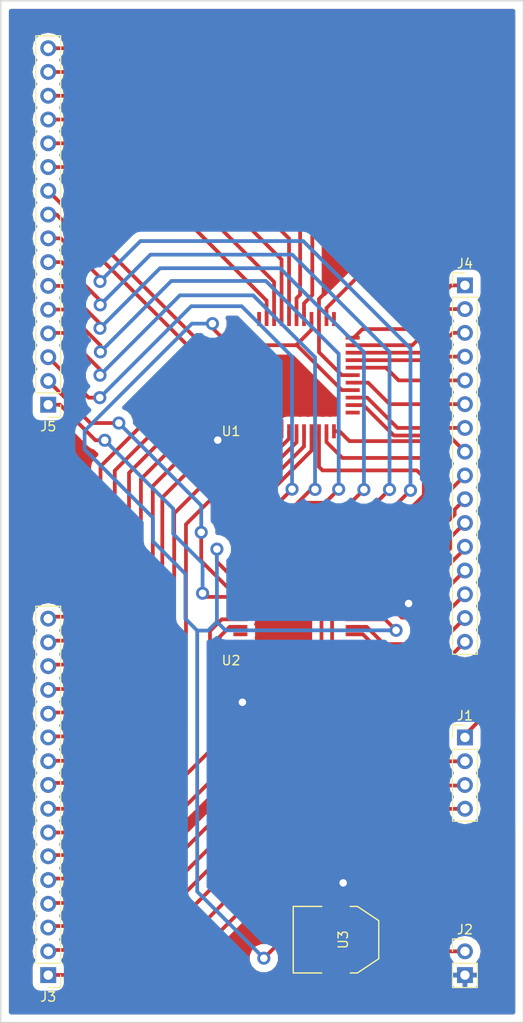
<source format=kicad_pcb>
(kicad_pcb (version 4) (host pcbnew 4.0.2+dfsg1-stable)

  (general
    (links 69)
    (no_connects 0)
    (area 182.804999 30.404999 238.835001 139.775001)
    (thickness 1.6)
    (drawings 5)
    (tracks 464)
    (zones 0)
    (modules 8)
    (nets 77)
  )

  (page A4)
  (layers
    (0 F.Cu signal)
    (31 B.Cu signal)
    (32 B.Adhes user)
    (33 F.Adhes user)
    (34 B.Paste user)
    (35 F.Paste user)
    (36 B.SilkS user)
    (37 F.SilkS user)
    (38 B.Mask user)
    (39 F.Mask user)
    (40 Dwgs.User user)
    (41 Cmts.User user)
    (42 Eco1.User user)
    (43 Eco2.User user)
    (44 Edge.Cuts user)
    (45 Margin user)
    (46 B.CrtYd user)
    (47 F.CrtYd user)
    (48 B.Fab user)
    (49 F.Fab user)
  )

  (setup
    (last_trace_width 0.4)
    (trace_clearance 0.2)
    (zone_clearance 0.8)
    (zone_45_only no)
    (trace_min 0.2)
    (segment_width 0.2)
    (edge_width 0.15)
    (via_size 0.6)
    (via_drill 0.4)
    (via_min_size 0.4)
    (via_min_drill 0.3)
    (uvia_size 0.3)
    (uvia_drill 0.1)
    (uvias_allowed no)
    (uvia_min_size 0.2)
    (uvia_min_drill 0.1)
    (pcb_text_width 0.3)
    (pcb_text_size 1.5 1.5)
    (mod_edge_width 0.15)
    (mod_text_size 1 1)
    (mod_text_width 0.15)
    (pad_size 1.7 1.7)
    (pad_drill 1)
    (pad_to_mask_clearance 0.2)
    (aux_axis_origin 0 0)
    (visible_elements FFFFFF7F)
    (pcbplotparams
      (layerselection 0x00030_80000001)
      (usegerberextensions false)
      (excludeedgelayer true)
      (linewidth 0.100000)
      (plotframeref false)
      (viasonmask false)
      (mode 1)
      (useauxorigin false)
      (hpglpennumber 1)
      (hpglpenspeed 20)
      (hpglpendiameter 15)
      (hpglpenoverlay 2)
      (psnegative false)
      (psa4output false)
      (plotreference true)
      (plotvalue true)
      (plotinvisibletext false)
      (padsonsilk false)
      (subtractmaskfromsilk false)
      (outputformat 1)
      (mirror false)
      (drillshape 1)
      (scaleselection 1)
      (outputdirectory ""))
  )

  (net 0 "")
  (net 1 "Net-(J1-Pad1)")
  (net 2 "Net-(J1-Pad2)")
  (net 3 "Net-(J1-Pad3)")
  (net 4 "Net-(J1-Pad4)")
  (net 5 VCC)
  (net 6 GND)
  (net 7 "Net-(J3-Pad1)")
  (net 8 "Net-(J3-Pad2)")
  (net 9 "Net-(J3-Pad3)")
  (net 10 "Net-(J3-Pad4)")
  (net 11 "Net-(J3-Pad5)")
  (net 12 "Net-(J3-Pad6)")
  (net 13 "Net-(J3-Pad7)")
  (net 14 "Net-(J3-Pad8)")
  (net 15 "Net-(J3-Pad9)")
  (net 16 "Net-(J3-Pad10)")
  (net 17 "Net-(J3-Pad11)")
  (net 18 "Net-(J3-Pad12)")
  (net 19 "Net-(J3-Pad13)")
  (net 20 "Net-(J3-Pad14)")
  (net 21 "Net-(J3-Pad15)")
  (net 22 "Net-(J3-Pad16)")
  (net 23 "Net-(J4-Pad1)")
  (net 24 "Net-(J4-Pad2)")
  (net 25 "Net-(J4-Pad3)")
  (net 26 "Net-(J4-Pad4)")
  (net 27 "Net-(J4-Pad5)")
  (net 28 "Net-(J4-Pad6)")
  (net 29 "Net-(J4-Pad7)")
  (net 30 "Net-(J4-Pad8)")
  (net 31 "Net-(J4-Pad9)")
  (net 32 "Net-(J4-Pad10)")
  (net 33 "Net-(J4-Pad11)")
  (net 34 "Net-(J4-Pad12)")
  (net 35 "Net-(J4-Pad13)")
  (net 36 "Net-(J4-Pad14)")
  (net 37 "Net-(J4-Pad15)")
  (net 38 "Net-(J4-Pad16)")
  (net 39 "Net-(J5-Pad1)")
  (net 40 "Net-(J5-Pad2)")
  (net 41 "Net-(J5-Pad3)")
  (net 42 "Net-(J5-Pad4)")
  (net 43 "Net-(J5-Pad5)")
  (net 44 "Net-(J5-Pad6)")
  (net 45 "Net-(J5-Pad7)")
  (net 46 "Net-(J5-Pad8)")
  (net 47 "Net-(J5-Pad9)")
  (net 48 "Net-(J5-Pad10)")
  (net 49 "Net-(J5-Pad11)")
  (net 50 "Net-(J5-Pad12)")
  (net 51 "Net-(J5-Pad13)")
  (net 52 "Net-(J5-Pad14)")
  (net 53 "Net-(J5-Pad15)")
  (net 54 "Net-(J5-Pad16)")
  (net 55 "Net-(U1-Pad34)")
  (net 56 "Net-(U1-Pad23)")
  (net 57 "Net-(U1-Pad12)")
  (net 58 "Net-(U1-Pad9)")
  (net 59 "Net-(U1-Pad3)")
  (net 60 "Net-(U1-Pad1)")
  (net 61 "Net-(U1-Pad2)")
  (net 62 "Net-(U1-Pad33)")
  (net 63 "Net-(U1-Pad36)")
  (net 64 "Net-(U1-Pad43)")
  (net 65 "Net-(U1-Pad44)")
  (net 66 "Net-(U2-Pad34)")
  (net 67 "Net-(U2-Pad23)")
  (net 68 "Net-(U2-Pad1)")
  (net 69 "Net-(U2-Pad22)")
  (net 70 "Net-(U2-Pad33)")
  (net 71 "Net-(U2-Pad36)")
  (net 72 "Net-(U2-Pad39)")
  (net 73 "Net-(U2-Pad40)")
  (net 74 "Net-(U2-Pad43)")
  (net 75 "Net-(U2-Pad44)")
  (net 76 "Net-(J2-Pad1)")

  (net_class Default "This is the default net class."
    (clearance 0.2)
    (trace_width 0.4)
    (via_dia 0.6)
    (via_drill 0.4)
    (uvia_dia 0.3)
    (uvia_drill 0.1)
    (add_net GND)
    (add_net "Net-(J1-Pad1)")
    (add_net "Net-(J1-Pad2)")
    (add_net "Net-(J1-Pad3)")
    (add_net "Net-(J1-Pad4)")
    (add_net "Net-(J2-Pad1)")
    (add_net "Net-(J3-Pad1)")
    (add_net "Net-(J3-Pad10)")
    (add_net "Net-(J3-Pad11)")
    (add_net "Net-(J3-Pad12)")
    (add_net "Net-(J3-Pad13)")
    (add_net "Net-(J3-Pad14)")
    (add_net "Net-(J3-Pad15)")
    (add_net "Net-(J3-Pad16)")
    (add_net "Net-(J3-Pad2)")
    (add_net "Net-(J3-Pad3)")
    (add_net "Net-(J3-Pad4)")
    (add_net "Net-(J3-Pad5)")
    (add_net "Net-(J3-Pad6)")
    (add_net "Net-(J3-Pad7)")
    (add_net "Net-(J3-Pad8)")
    (add_net "Net-(J3-Pad9)")
    (add_net "Net-(J4-Pad1)")
    (add_net "Net-(J4-Pad10)")
    (add_net "Net-(J4-Pad11)")
    (add_net "Net-(J4-Pad12)")
    (add_net "Net-(J4-Pad13)")
    (add_net "Net-(J4-Pad14)")
    (add_net "Net-(J4-Pad15)")
    (add_net "Net-(J4-Pad16)")
    (add_net "Net-(J4-Pad2)")
    (add_net "Net-(J4-Pad3)")
    (add_net "Net-(J4-Pad4)")
    (add_net "Net-(J4-Pad5)")
    (add_net "Net-(J4-Pad6)")
    (add_net "Net-(J4-Pad7)")
    (add_net "Net-(J4-Pad8)")
    (add_net "Net-(J4-Pad9)")
    (add_net "Net-(J5-Pad1)")
    (add_net "Net-(J5-Pad10)")
    (add_net "Net-(J5-Pad11)")
    (add_net "Net-(J5-Pad12)")
    (add_net "Net-(J5-Pad13)")
    (add_net "Net-(J5-Pad14)")
    (add_net "Net-(J5-Pad15)")
    (add_net "Net-(J5-Pad16)")
    (add_net "Net-(J5-Pad2)")
    (add_net "Net-(J5-Pad3)")
    (add_net "Net-(J5-Pad4)")
    (add_net "Net-(J5-Pad5)")
    (add_net "Net-(J5-Pad6)")
    (add_net "Net-(J5-Pad7)")
    (add_net "Net-(J5-Pad8)")
    (add_net "Net-(J5-Pad9)")
    (add_net "Net-(U1-Pad1)")
    (add_net "Net-(U1-Pad12)")
    (add_net "Net-(U1-Pad2)")
    (add_net "Net-(U1-Pad23)")
    (add_net "Net-(U1-Pad3)")
    (add_net "Net-(U1-Pad33)")
    (add_net "Net-(U1-Pad34)")
    (add_net "Net-(U1-Pad36)")
    (add_net "Net-(U1-Pad43)")
    (add_net "Net-(U1-Pad44)")
    (add_net "Net-(U1-Pad9)")
    (add_net "Net-(U2-Pad1)")
    (add_net "Net-(U2-Pad22)")
    (add_net "Net-(U2-Pad23)")
    (add_net "Net-(U2-Pad33)")
    (add_net "Net-(U2-Pad34)")
    (add_net "Net-(U2-Pad36)")
    (add_net "Net-(U2-Pad39)")
    (add_net "Net-(U2-Pad40)")
    (add_net "Net-(U2-Pad43)")
    (add_net "Net-(U2-Pad44)")
    (add_net VCC)
  )

  (net_class thick ""
    (clearance 0.2)
    (trace_width 0.4)
    (via_dia 0.6)
    (via_drill 0.4)
    (uvia_dia 0.3)
    (uvia_drill 0.1)
  )

  (module Pin_Headers:Pin_Header_Straight_1x04_Pitch2.54mm (layer F.Cu) (tedit 59650532) (tstamp 5B06CF08)
    (at 232.5 109.22)
    (descr "Through hole straight pin header, 1x04, 2.54mm pitch, single row")
    (tags "Through hole pin header THT 1x04 2.54mm single row")
    (path /5AEB1744)
    (fp_text reference J1 (at 0 -2.33) (layer F.SilkS)
      (effects (font (size 1 1) (thickness 0.15)))
    )
    (fp_text value Conn_01x04 (at 0 9.95) (layer F.Fab)
      (effects (font (size 1 1) (thickness 0.15)))
    )
    (fp_line (start -0.635 -1.27) (end 1.27 -1.27) (layer F.Fab) (width 0.1))
    (fp_line (start 1.27 -1.27) (end 1.27 8.89) (layer F.Fab) (width 0.1))
    (fp_line (start 1.27 8.89) (end -1.27 8.89) (layer F.Fab) (width 0.1))
    (fp_line (start -1.27 8.89) (end -1.27 -0.635) (layer F.Fab) (width 0.1))
    (fp_line (start -1.27 -0.635) (end -0.635 -1.27) (layer F.Fab) (width 0.1))
    (fp_line (start -1.33 8.95) (end 1.33 8.95) (layer F.SilkS) (width 0.12))
    (fp_line (start -1.33 1.27) (end -1.33 8.95) (layer F.SilkS) (width 0.12))
    (fp_line (start 1.33 1.27) (end 1.33 8.95) (layer F.SilkS) (width 0.12))
    (fp_line (start -1.33 1.27) (end 1.33 1.27) (layer F.SilkS) (width 0.12))
    (fp_line (start -1.33 0) (end -1.33 -1.33) (layer F.SilkS) (width 0.12))
    (fp_line (start -1.33 -1.33) (end 0 -1.33) (layer F.SilkS) (width 0.12))
    (fp_line (start -1.8 -1.8) (end -1.8 9.4) (layer F.CrtYd) (width 0.05))
    (fp_line (start -1.8 9.4) (end 1.8 9.4) (layer F.CrtYd) (width 0.05))
    (fp_line (start 1.8 9.4) (end 1.8 -1.8) (layer F.CrtYd) (width 0.05))
    (fp_line (start 1.8 -1.8) (end -1.8 -1.8) (layer F.CrtYd) (width 0.05))
    (fp_text user %R (at 0.4 4.05 90) (layer F.Fab)
      (effects (font (size 1 1) (thickness 0.15)))
    )
    (pad 1 thru_hole rect (at 0 0) (size 1.7 1.7) (drill 1) (layers *.Cu *.Mask)
      (net 1 "Net-(J1-Pad1)"))
    (pad 2 thru_hole oval (at 0 2.54) (size 1.7 1.7) (drill 1) (layers *.Cu *.Mask)
      (net 2 "Net-(J1-Pad2)"))
    (pad 3 thru_hole oval (at 0 5.08) (size 1.7 1.7) (drill 1) (layers *.Cu *.Mask)
      (net 3 "Net-(J1-Pad3)"))
    (pad 4 thru_hole oval (at 0 7.62) (size 1.7 1.7) (drill 1) (layers *.Cu *.Mask)
      (net 4 "Net-(J1-Pad4)"))
    (model ${KISYS3DMOD}/Pin_Headers.3dshapes/Pin_Header_Straight_1x04_Pitch2.54mm.wrl
      (at (xyz 0 0 0))
      (scale (xyz 1 1 1))
      (rotate (xyz 0 0 0))
    )
  )

  (module footprints:XC9572XL-VQ44 (layer F.Cu) (tedit 5AEB4228) (tstamp 5B06CF7A)
    (at 210.5 76.5)
    (path /5B07240B)
    (fp_text reference U1 (at -3 0) (layer F.SilkS)
      (effects (font (size 1 1) (thickness 0.15)))
    )
    (fp_text value XC9572XL-VQ44 (at 4 2) (layer F.Fab)
      (effects (font (size 1 1) (thickness 0.15)))
    )
    (fp_circle (center 0 -2) (end 0.4 -2.2) (layer F.Adhes) (width 0.15))
    (fp_arc (start 8.5 -1.5) (end 10 -1.5) (angle 90) (layer F.Adhes) (width 0.15))
    (fp_arc (start -0.5 -1.5) (end -0.5 0) (angle 90) (layer F.Adhes) (width 0.15))
    (fp_arc (start -0.5 -10.5) (end -2 -10.5) (angle 90) (layer F.Adhes) (width 0.15))
    (fp_arc (start 8.5 -10.5) (end 8.5 -12) (angle 90) (layer F.Adhes) (width 0.15))
    (pad 34 smd rect (at -2 -10) (size 1.5 0.4) (layers F.Cu F.Paste F.Mask)
      (net 55 "Net-(U1-Pad34)"))
    (pad 23 smd rect (at 8 -12) (size 0.4 1.5) (layers F.Cu F.Paste F.Mask)
      (net 56 "Net-(U1-Pad23)"))
    (pad 12 smd rect (at 10 -2) (size 1.5 0.4) (layers F.Cu F.Paste F.Mask)
      (net 57 "Net-(U1-Pad12)"))
    (pad 11 smd rect (at 8 0) (size 0.4 1.5) (layers F.Cu F.Paste F.Mask)
      (net 2 "Net-(J1-Pad2)"))
    (pad 10 smd rect (at 7.2 0) (size 0.4 1.5) (layers F.Cu F.Paste F.Mask)
      (net 3 "Net-(J1-Pad3)"))
    (pad 9 smd rect (at 6.4 0) (size 0.4 1.5) (layers F.Cu F.Paste F.Mask)
      (net 58 "Net-(U1-Pad9)"))
    (pad 8 smd rect (at 5.6 0) (size 0.4 1.5) (layers F.Cu F.Paste F.Mask)
      (net 15 "Net-(J3-Pad9)"))
    (pad 7 smd rect (at 4.8 0) (size 0.4 1.5) (layers F.Cu F.Paste F.Mask)
      (net 16 "Net-(J3-Pad10)"))
    (pad 6 smd rect (at 4 0) (size 0.4 1.5) (layers F.Cu F.Paste F.Mask)
      (net 17 "Net-(J3-Pad11)"))
    (pad 5 smd rect (at 3.2 0) (size 0.4 1.5) (layers F.Cu F.Paste F.Mask)
      (net 18 "Net-(J3-Pad12)"))
    (pad 4 smd rect (at 2.4 0) (size 0.4 1.5) (layers F.Cu F.Paste F.Mask)
      (net 6 GND))
    (pad 3 smd rect (at 1.6 0) (size 0.4 1.5) (layers F.Cu F.Paste F.Mask)
      (net 59 "Net-(U1-Pad3)"))
    (pad 1 smd rect (at 0 0) (size 0.4 1.5) (layers F.Cu F.Paste F.Mask)
      (net 60 "Net-(U1-Pad1)"))
    (pad 2 smd rect (at 0.8 0) (size 0.4 1.5) (layers F.Cu F.Paste F.Mask)
      (net 61 "Net-(U1-Pad2)"))
    (pad 13 smd rect (at 10 -2.8) (size 1.5 0.4) (layers F.Cu F.Paste F.Mask)
      (net 30 "Net-(J4-Pad8)"))
    (pad 14 smd rect (at 10 -3.6) (size 1.5 0.4) (layers F.Cu F.Paste F.Mask)
      (net 29 "Net-(J4-Pad7)"))
    (pad 15 smd rect (at 10 -4.4) (size 1.5 0.4) (layers F.Cu F.Paste F.Mask)
      (net 5 VCC))
    (pad 16 smd rect (at 10 -5.2) (size 1.5 0.4) (layers F.Cu F.Paste F.Mask)
      (net 28 "Net-(J4-Pad6)"))
    (pad 17 smd rect (at 10 -6) (size 1.5 0.4) (layers F.Cu F.Paste F.Mask)
      (net 6 GND))
    (pad 18 smd rect (at 10 -6.8) (size 1.5 0.4) (layers F.Cu F.Paste F.Mask)
      (net 27 "Net-(J4-Pad5)"))
    (pad 19 smd rect (at 10 -7.6) (size 1.5 0.4) (layers F.Cu F.Paste F.Mask)
      (net 26 "Net-(J4-Pad4)"))
    (pad 20 smd rect (at 10 -8.4) (size 1.5 0.4) (layers F.Cu F.Paste F.Mask)
      (net 25 "Net-(J4-Pad3)"))
    (pad 21 smd rect (at 10 -9.2) (size 1.5 0.4) (layers F.Cu F.Paste F.Mask)
      (net 24 "Net-(J4-Pad2)"))
    (pad 22 smd rect (at 10 -10) (size 1.5 0.4) (layers F.Cu F.Paste F.Mask)
      (net 23 "Net-(J4-Pad1)"))
    (pad 24 smd rect (at 7.2 -12) (size 0.4 1.5) (layers F.Cu F.Paste F.Mask)
      (net 1 "Net-(J1-Pad1)"))
    (pad 25 smd rect (at 6.4 -12) (size 0.4 1.5) (layers F.Cu F.Paste F.Mask)
      (net 6 GND))
    (pad 26 smd rect (at 5.6 -12) (size 0.4 1.5) (layers F.Cu F.Paste F.Mask)
      (net 5 VCC))
    (pad 27 smd rect (at 4.8 -12) (size 0.4 1.5) (layers F.Cu F.Paste F.Mask)
      (net 54 "Net-(J5-Pad16)"))
    (pad 28 smd rect (at 4 -12) (size 0.4 1.5) (layers F.Cu F.Paste F.Mask)
      (net 53 "Net-(J5-Pad15)"))
    (pad 29 smd rect (at 3.2 -12) (size 0.4 1.5) (layers F.Cu F.Paste F.Mask)
      (net 52 "Net-(J5-Pad14)"))
    (pad 30 smd rect (at 2.4 -12) (size 0.4 1.5) (layers F.Cu F.Paste F.Mask)
      (net 51 "Net-(J5-Pad13)"))
    (pad 31 smd rect (at 1.6 -12) (size 0.4 1.5) (layers F.Cu F.Paste F.Mask)
      (net 50 "Net-(J5-Pad12)"))
    (pad 32 smd rect (at 0.8 -12) (size 0.4 1.5) (layers F.Cu F.Paste F.Mask)
      (net 49 "Net-(J5-Pad11)"))
    (pad 33 smd rect (at 0 -12) (size 0.4 1.5) (layers F.Cu F.Paste F.Mask)
      (net 62 "Net-(U1-Pad33)"))
    (pad 35 smd rect (at -2 -9.2) (size 1.5 0.4) (layers F.Cu F.Paste F.Mask)
      (net 5 VCC))
    (pad 36 smd rect (at -2 -8.4) (size 1.5 0.4) (layers F.Cu F.Paste F.Mask)
      (net 63 "Net-(U1-Pad36)"))
    (pad 37 smd rect (at -2 -7.6) (size 1.5 0.4) (layers F.Cu F.Paste F.Mask)
      (net 48 "Net-(J5-Pad10)"))
    (pad 38 smd rect (at -2 -6.8) (size 1.5 0.4) (layers F.Cu F.Paste F.Mask)
      (net 47 "Net-(J5-Pad9)"))
    (pad 39 smd rect (at -2 -6) (size 1.5 0.4) (layers F.Cu F.Paste F.Mask)
      (net 22 "Net-(J3-Pad16)"))
    (pad 40 smd rect (at -2 -5.2) (size 1.5 0.4) (layers F.Cu F.Paste F.Mask)
      (net 21 "Net-(J3-Pad15)"))
    (pad 41 smd rect (at -2 -4.4) (size 1.5 0.4) (layers F.Cu F.Paste F.Mask)
      (net 20 "Net-(J3-Pad14)"))
    (pad 42 smd rect (at -2 -3.6) (size 1.5 0.4) (layers F.Cu F.Paste F.Mask)
      (net 19 "Net-(J3-Pad13)"))
    (pad 43 smd rect (at -2 -2.8) (size 1.5 0.4) (layers F.Cu F.Paste F.Mask)
      (net 64 "Net-(U1-Pad43)"))
    (pad 44 smd rect (at -2 -2) (size 1.5 0.4) (layers F.Cu F.Paste F.Mask)
      (net 65 "Net-(U1-Pad44)"))
  )

  (module footprints:XC9572XL-VQ44 (layer F.Cu) (tedit 5AEB4228) (tstamp 5B06CFAA)
    (at 210.5 101)
    (path /5B07250D)
    (fp_text reference U2 (at -3 0) (layer F.SilkS)
      (effects (font (size 1 1) (thickness 0.15)))
    )
    (fp_text value XC9572XL-VQ44 (at 4 2) (layer F.Fab)
      (effects (font (size 1 1) (thickness 0.15)))
    )
    (fp_circle (center 0 -2) (end 0.4 -2.2) (layer F.Adhes) (width 0.15))
    (fp_arc (start 8.5 -1.5) (end 10 -1.5) (angle 90) (layer F.Adhes) (width 0.15))
    (fp_arc (start -0.5 -1.5) (end -0.5 0) (angle 90) (layer F.Adhes) (width 0.15))
    (fp_arc (start -0.5 -10.5) (end -2 -10.5) (angle 90) (layer F.Adhes) (width 0.15))
    (fp_arc (start 8.5 -10.5) (end 8.5 -12) (angle 90) (layer F.Adhes) (width 0.15))
    (pad 34 smd rect (at -2 -10) (size 1.5 0.4) (layers F.Cu F.Paste F.Mask)
      (net 66 "Net-(U2-Pad34)"))
    (pad 23 smd rect (at 8 -12) (size 0.4 1.5) (layers F.Cu F.Paste F.Mask)
      (net 67 "Net-(U2-Pad23)"))
    (pad 12 smd rect (at 10 -2) (size 1.5 0.4) (layers F.Cu F.Paste F.Mask)
      (net 38 "Net-(J4-Pad16)"))
    (pad 11 smd rect (at 8 0) (size 0.4 1.5) (layers F.Cu F.Paste F.Mask)
      (net 2 "Net-(J1-Pad2)"))
    (pad 10 smd rect (at 7.2 0) (size 0.4 1.5) (layers F.Cu F.Paste F.Mask)
      (net 3 "Net-(J1-Pad3)"))
    (pad 9 smd rect (at 6.4 0) (size 0.4 1.5) (layers F.Cu F.Paste F.Mask)
      (net 4 "Net-(J1-Pad4)"))
    (pad 8 smd rect (at 5.6 0) (size 0.4 1.5) (layers F.Cu F.Paste F.Mask)
      (net 7 "Net-(J3-Pad1)"))
    (pad 7 smd rect (at 4.8 0) (size 0.4 1.5) (layers F.Cu F.Paste F.Mask)
      (net 8 "Net-(J3-Pad2)"))
    (pad 6 smd rect (at 4 0) (size 0.4 1.5) (layers F.Cu F.Paste F.Mask)
      (net 9 "Net-(J3-Pad3)"))
    (pad 5 smd rect (at 3.2 0) (size 0.4 1.5) (layers F.Cu F.Paste F.Mask)
      (net 10 "Net-(J3-Pad4)"))
    (pad 4 smd rect (at 2.4 0) (size 0.4 1.5) (layers F.Cu F.Paste F.Mask)
      (net 6 GND))
    (pad 3 smd rect (at 1.6 0) (size 0.4 1.5) (layers F.Cu F.Paste F.Mask)
      (net 11 "Net-(J3-Pad5)"))
    (pad 1 smd rect (at 0 0) (size 0.4 1.5) (layers F.Cu F.Paste F.Mask)
      (net 68 "Net-(U2-Pad1)"))
    (pad 2 smd rect (at 0.8 0) (size 0.4 1.5) (layers F.Cu F.Paste F.Mask)
      (net 12 "Net-(J3-Pad6)"))
    (pad 13 smd rect (at 10 -2.8) (size 1.5 0.4) (layers F.Cu F.Paste F.Mask)
      (net 37 "Net-(J4-Pad15)"))
    (pad 14 smd rect (at 10 -3.6) (size 1.5 0.4) (layers F.Cu F.Paste F.Mask)
      (net 36 "Net-(J4-Pad14)"))
    (pad 15 smd rect (at 10 -4.4) (size 1.5 0.4) (layers F.Cu F.Paste F.Mask)
      (net 5 VCC))
    (pad 16 smd rect (at 10 -5.2) (size 1.5 0.4) (layers F.Cu F.Paste F.Mask)
      (net 35 "Net-(J4-Pad13)"))
    (pad 17 smd rect (at 10 -6) (size 1.5 0.4) (layers F.Cu F.Paste F.Mask)
      (net 6 GND))
    (pad 18 smd rect (at 10 -6.8) (size 1.5 0.4) (layers F.Cu F.Paste F.Mask)
      (net 34 "Net-(J4-Pad12)"))
    (pad 19 smd rect (at 10 -7.6) (size 1.5 0.4) (layers F.Cu F.Paste F.Mask)
      (net 33 "Net-(J4-Pad11)"))
    (pad 20 smd rect (at 10 -8.4) (size 1.5 0.4) (layers F.Cu F.Paste F.Mask)
      (net 32 "Net-(J4-Pad10)"))
    (pad 21 smd rect (at 10 -9.2) (size 1.5 0.4) (layers F.Cu F.Paste F.Mask)
      (net 31 "Net-(J4-Pad9)"))
    (pad 22 smd rect (at 10 -10) (size 1.5 0.4) (layers F.Cu F.Paste F.Mask)
      (net 69 "Net-(U2-Pad22)"))
    (pad 24 smd rect (at 7.2 -12) (size 0.4 1.5) (layers F.Cu F.Paste F.Mask)
      (net 58 "Net-(U1-Pad9)"))
    (pad 25 smd rect (at 6.4 -12) (size 0.4 1.5) (layers F.Cu F.Paste F.Mask)
      (net 6 GND))
    (pad 26 smd rect (at 5.6 -12) (size 0.4 1.5) (layers F.Cu F.Paste F.Mask)
      (net 5 VCC))
    (pad 27 smd rect (at 4.8 -12) (size 0.4 1.5) (layers F.Cu F.Paste F.Mask)
      (net 46 "Net-(J5-Pad8)"))
    (pad 28 smd rect (at 4 -12) (size 0.4 1.5) (layers F.Cu F.Paste F.Mask)
      (net 45 "Net-(J5-Pad7)"))
    (pad 29 smd rect (at 3.2 -12) (size 0.4 1.5) (layers F.Cu F.Paste F.Mask)
      (net 44 "Net-(J5-Pad6)"))
    (pad 30 smd rect (at 2.4 -12) (size 0.4 1.5) (layers F.Cu F.Paste F.Mask)
      (net 43 "Net-(J5-Pad5)"))
    (pad 31 smd rect (at 1.6 -12) (size 0.4 1.5) (layers F.Cu F.Paste F.Mask)
      (net 42 "Net-(J5-Pad4)"))
    (pad 32 smd rect (at 0.8 -12) (size 0.4 1.5) (layers F.Cu F.Paste F.Mask)
      (net 41 "Net-(J5-Pad3)"))
    (pad 33 smd rect (at 0 -12) (size 0.4 1.5) (layers F.Cu F.Paste F.Mask)
      (net 70 "Net-(U2-Pad33)"))
    (pad 35 smd rect (at -2 -9.2) (size 1.5 0.4) (layers F.Cu F.Paste F.Mask)
      (net 5 VCC))
    (pad 36 smd rect (at -2 -8.4) (size 1.5 0.4) (layers F.Cu F.Paste F.Mask)
      (net 71 "Net-(U2-Pad36)"))
    (pad 37 smd rect (at -2 -7.6) (size 1.5 0.4) (layers F.Cu F.Paste F.Mask)
      (net 40 "Net-(J5-Pad2)"))
    (pad 38 smd rect (at -2 -6.8) (size 1.5 0.4) (layers F.Cu F.Paste F.Mask)
      (net 39 "Net-(J5-Pad1)"))
    (pad 39 smd rect (at -2 -6) (size 1.5 0.4) (layers F.Cu F.Paste F.Mask)
      (net 72 "Net-(U2-Pad39)"))
    (pad 40 smd rect (at -2 -5.2) (size 1.5 0.4) (layers F.Cu F.Paste F.Mask)
      (net 73 "Net-(U2-Pad40)"))
    (pad 41 smd rect (at -2 -4.4) (size 1.5 0.4) (layers F.Cu F.Paste F.Mask)
      (net 14 "Net-(J3-Pad8)"))
    (pad 42 smd rect (at -2 -3.6) (size 1.5 0.4) (layers F.Cu F.Paste F.Mask)
      (net 13 "Net-(J3-Pad7)"))
    (pad 43 smd rect (at -2 -2.8) (size 1.5 0.4) (layers F.Cu F.Paste F.Mask)
      (net 74 "Net-(U2-Pad43)"))
    (pad 44 smd rect (at -2 -2) (size 1.5 0.4) (layers F.Cu F.Paste F.Mask)
      (net 75 "Net-(U2-Pad44)"))
  )

  (module Pin_Headers:Pin_Header_Straight_1x02_Pitch2.54mm (layer F.Cu) (tedit 5B2BB472) (tstamp 5B0FFD1A)
    (at 232.5 132.08)
    (descr "Through hole straight pin header, 1x02, 2.54mm pitch, single row")
    (tags "Through hole pin header THT 1x02 2.54mm single row")
    (path /5AEB171D)
    (fp_text reference J2 (at 0 -2.33) (layer F.SilkS)
      (effects (font (size 1 1) (thickness 0.15)))
    )
    (fp_text value Conn_01x02 (at 0 4.87) (layer F.Fab)
      (effects (font (size 1 1) (thickness 0.15)))
    )
    (fp_line (start -0.635 -1.27) (end 1.27 -1.27) (layer F.Fab) (width 0.1))
    (fp_line (start 1.27 -1.27) (end 1.27 3.81) (layer F.Fab) (width 0.1))
    (fp_line (start 1.27 3.81) (end -1.27 3.81) (layer F.Fab) (width 0.1))
    (fp_line (start -1.27 3.81) (end -1.27 -0.635) (layer F.Fab) (width 0.1))
    (fp_line (start -1.27 -0.635) (end -0.635 -1.27) (layer F.Fab) (width 0.1))
    (fp_line (start -1.33 3.87) (end 1.33 3.87) (layer F.SilkS) (width 0.12))
    (fp_line (start -1.33 1.27) (end -1.33 3.87) (layer F.SilkS) (width 0.12))
    (fp_line (start 1.33 1.27) (end 1.33 3.87) (layer F.SilkS) (width 0.12))
    (fp_line (start -1.33 1.27) (end 1.33 1.27) (layer F.SilkS) (width 0.12))
    (fp_line (start -1.33 0) (end -1.33 -1.33) (layer F.SilkS) (width 0.12))
    (fp_line (start -1.33 -1.33) (end 0 -1.33) (layer F.SilkS) (width 0.12))
    (fp_line (start -1.8 -1.8) (end -1.8 4.35) (layer F.CrtYd) (width 0.05))
    (fp_line (start -1.8 4.35) (end 1.8 4.35) (layer F.CrtYd) (width 0.05))
    (fp_line (start 1.8 4.35) (end 1.8 -1.8) (layer F.CrtYd) (width 0.05))
    (fp_line (start 1.8 -1.8) (end -1.8 -1.8) (layer F.CrtYd) (width 0.05))
    (fp_text user %R (at 0 0 90) (layer F.Fab)
      (effects (font (size 1 1) (thickness 0.15)))
    )
    (pad 1 thru_hole oval (at 0 0) (size 1.7 1.7) (drill 1) (layers *.Cu *.Mask)
      (net 76 "Net-(J2-Pad1)"))
    (pad 2 thru_hole rect (at 0 2.54) (size 1.7 1.7) (drill 1) (layers *.Cu *.Mask)
      (net 6 GND))
    (model ${KISYS3DMOD}/Pin_Headers.3dshapes/Pin_Header_Straight_1x02_Pitch2.54mm.wrl
      (at (xyz 0 0 0))
      (scale (xyz 1 1 1))
      (rotate (xyz 0 0 0))
    )
  )

  (module Pin_Headers:Pin_Header_Straight_1x16_Pitch2.54mm (layer F.Cu) (tedit 59650532) (tstamp 5B0FFD1F)
    (at 187.96 134.62 180)
    (descr "Through hole straight pin header, 1x16, 2.54mm pitch, single row")
    (tags "Through hole pin header THT 1x16 2.54mm single row")
    (path /5AEB13CF)
    (fp_text reference J3 (at 0 -2.33 180) (layer F.SilkS)
      (effects (font (size 1 1) (thickness 0.15)))
    )
    (fp_text value Conn_01x16 (at 0 40.43 180) (layer F.Fab)
      (effects (font (size 1 1) (thickness 0.15)))
    )
    (fp_line (start -0.635 -1.27) (end 1.27 -1.27) (layer F.Fab) (width 0.1))
    (fp_line (start 1.27 -1.27) (end 1.27 39.37) (layer F.Fab) (width 0.1))
    (fp_line (start 1.27 39.37) (end -1.27 39.37) (layer F.Fab) (width 0.1))
    (fp_line (start -1.27 39.37) (end -1.27 -0.635) (layer F.Fab) (width 0.1))
    (fp_line (start -1.27 -0.635) (end -0.635 -1.27) (layer F.Fab) (width 0.1))
    (fp_line (start -1.33 39.43) (end 1.33 39.43) (layer F.SilkS) (width 0.12))
    (fp_line (start -1.33 1.27) (end -1.33 39.43) (layer F.SilkS) (width 0.12))
    (fp_line (start 1.33 1.27) (end 1.33 39.43) (layer F.SilkS) (width 0.12))
    (fp_line (start -1.33 1.27) (end 1.33 1.27) (layer F.SilkS) (width 0.12))
    (fp_line (start -1.33 0) (end -1.33 -1.33) (layer F.SilkS) (width 0.12))
    (fp_line (start -1.33 -1.33) (end 0 -1.33) (layer F.SilkS) (width 0.12))
    (fp_line (start -1.8 -1.8) (end -1.8 39.9) (layer F.CrtYd) (width 0.05))
    (fp_line (start -1.8 39.9) (end 1.8 39.9) (layer F.CrtYd) (width 0.05))
    (fp_line (start 1.8 39.9) (end 1.8 -1.8) (layer F.CrtYd) (width 0.05))
    (fp_line (start 1.8 -1.8) (end -1.8 -1.8) (layer F.CrtYd) (width 0.05))
    (fp_text user %R (at 0 19.05 270) (layer F.Fab)
      (effects (font (size 1 1) (thickness 0.15)))
    )
    (pad 1 thru_hole rect (at 0 0 180) (size 1.7 1.7) (drill 1) (layers *.Cu *.Mask)
      (net 7 "Net-(J3-Pad1)"))
    (pad 2 thru_hole oval (at 0 2.54 180) (size 1.7 1.7) (drill 1) (layers *.Cu *.Mask)
      (net 8 "Net-(J3-Pad2)"))
    (pad 3 thru_hole oval (at 0 5.08 180) (size 1.7 1.7) (drill 1) (layers *.Cu *.Mask)
      (net 9 "Net-(J3-Pad3)"))
    (pad 4 thru_hole oval (at 0 7.62 180) (size 1.7 1.7) (drill 1) (layers *.Cu *.Mask)
      (net 10 "Net-(J3-Pad4)"))
    (pad 5 thru_hole oval (at 0 10.16 180) (size 1.7 1.7) (drill 1) (layers *.Cu *.Mask)
      (net 11 "Net-(J3-Pad5)"))
    (pad 6 thru_hole oval (at 0 12.7 180) (size 1.7 1.7) (drill 1) (layers *.Cu *.Mask)
      (net 12 "Net-(J3-Pad6)"))
    (pad 7 thru_hole oval (at 0 15.24 180) (size 1.7 1.7) (drill 1) (layers *.Cu *.Mask)
      (net 13 "Net-(J3-Pad7)"))
    (pad 8 thru_hole oval (at 0 17.78 180) (size 1.7 1.7) (drill 1) (layers *.Cu *.Mask)
      (net 14 "Net-(J3-Pad8)"))
    (pad 9 thru_hole oval (at 0 20.32 180) (size 1.7 1.7) (drill 1) (layers *.Cu *.Mask)
      (net 15 "Net-(J3-Pad9)"))
    (pad 10 thru_hole oval (at 0 22.86 180) (size 1.7 1.7) (drill 1) (layers *.Cu *.Mask)
      (net 16 "Net-(J3-Pad10)"))
    (pad 11 thru_hole oval (at 0 25.4 180) (size 1.7 1.7) (drill 1) (layers *.Cu *.Mask)
      (net 17 "Net-(J3-Pad11)"))
    (pad 12 thru_hole oval (at 0 27.94 180) (size 1.7 1.7) (drill 1) (layers *.Cu *.Mask)
      (net 18 "Net-(J3-Pad12)"))
    (pad 13 thru_hole oval (at 0 30.48 180) (size 1.7 1.7) (drill 1) (layers *.Cu *.Mask)
      (net 19 "Net-(J3-Pad13)"))
    (pad 14 thru_hole oval (at 0 33.02 180) (size 1.7 1.7) (drill 1) (layers *.Cu *.Mask)
      (net 20 "Net-(J3-Pad14)"))
    (pad 15 thru_hole oval (at 0 35.56 180) (size 1.7 1.7) (drill 1) (layers *.Cu *.Mask)
      (net 21 "Net-(J3-Pad15)"))
    (pad 16 thru_hole oval (at 0 38.1 180) (size 1.7 1.7) (drill 1) (layers *.Cu *.Mask)
      (net 22 "Net-(J3-Pad16)"))
    (model ${KISYS3DMOD}/Pin_Headers.3dshapes/Pin_Header_Straight_1x16_Pitch2.54mm.wrl
      (at (xyz 0 0 0))
      (scale (xyz 1 1 1))
      (rotate (xyz 0 0 0))
    )
  )

  (module Pin_Headers:Pin_Header_Straight_1x16_Pitch2.54mm (layer F.Cu) (tedit 59650532) (tstamp 5B0FFD32)
    (at 232.5 60.9)
    (descr "Through hole straight pin header, 1x16, 2.54mm pitch, single row")
    (tags "Through hole pin header THT 1x16 2.54mm single row")
    (path /5AEB13AD)
    (fp_text reference J4 (at 0 -2.33) (layer F.SilkS)
      (effects (font (size 1 1) (thickness 0.15)))
    )
    (fp_text value Conn_01x16 (at -1.233 -4.131) (layer F.Fab)
      (effects (font (size 1 1) (thickness 0.15)))
    )
    (fp_line (start -0.635 -1.27) (end 1.27 -1.27) (layer F.Fab) (width 0.1))
    (fp_line (start 1.27 -1.27) (end 1.27 39.37) (layer F.Fab) (width 0.1))
    (fp_line (start 1.27 39.37) (end -1.27 39.37) (layer F.Fab) (width 0.1))
    (fp_line (start -1.27 39.37) (end -1.27 -0.635) (layer F.Fab) (width 0.1))
    (fp_line (start -1.27 -0.635) (end -0.635 -1.27) (layer F.Fab) (width 0.1))
    (fp_line (start -1.33 39.43) (end 1.33 39.43) (layer F.SilkS) (width 0.12))
    (fp_line (start -1.33 1.27) (end -1.33 39.43) (layer F.SilkS) (width 0.12))
    (fp_line (start 1.33 1.27) (end 1.33 39.43) (layer F.SilkS) (width 0.12))
    (fp_line (start -1.33 1.27) (end 1.33 1.27) (layer F.SilkS) (width 0.12))
    (fp_line (start -1.33 0) (end -1.33 -1.33) (layer F.SilkS) (width 0.12))
    (fp_line (start -1.33 -1.33) (end 0 -1.33) (layer F.SilkS) (width 0.12))
    (fp_line (start -1.8 -1.8) (end -1.8 39.9) (layer F.CrtYd) (width 0.05))
    (fp_line (start -1.8 39.9) (end 1.8 39.9) (layer F.CrtYd) (width 0.05))
    (fp_line (start 1.8 39.9) (end 1.8 -1.8) (layer F.CrtYd) (width 0.05))
    (fp_line (start 1.8 -1.8) (end -1.8 -1.8) (layer F.CrtYd) (width 0.05))
    (fp_text user %R (at 0 19.05 90) (layer F.Fab)
      (effects (font (size 1 1) (thickness 0.15)))
    )
    (pad 1 thru_hole rect (at 0 0) (size 1.7 1.7) (drill 1) (layers *.Cu *.Mask)
      (net 23 "Net-(J4-Pad1)"))
    (pad 2 thru_hole oval (at 0 2.54) (size 1.7 1.7) (drill 1) (layers *.Cu *.Mask)
      (net 24 "Net-(J4-Pad2)"))
    (pad 3 thru_hole oval (at 0 5.08) (size 1.7 1.7) (drill 1) (layers *.Cu *.Mask)
      (net 25 "Net-(J4-Pad3)"))
    (pad 4 thru_hole oval (at 0 7.62) (size 1.7 1.7) (drill 1) (layers *.Cu *.Mask)
      (net 26 "Net-(J4-Pad4)"))
    (pad 5 thru_hole oval (at 0 10.16) (size 1.7 1.7) (drill 1) (layers *.Cu *.Mask)
      (net 27 "Net-(J4-Pad5)"))
    (pad 6 thru_hole oval (at 0 12.7) (size 1.7 1.7) (drill 1) (layers *.Cu *.Mask)
      (net 28 "Net-(J4-Pad6)"))
    (pad 7 thru_hole oval (at 0 15.24) (size 1.7 1.7) (drill 1) (layers *.Cu *.Mask)
      (net 29 "Net-(J4-Pad7)"))
    (pad 8 thru_hole oval (at 0 17.78) (size 1.7 1.7) (drill 1) (layers *.Cu *.Mask)
      (net 30 "Net-(J4-Pad8)"))
    (pad 9 thru_hole oval (at 0 20.32) (size 1.7 1.7) (drill 1) (layers *.Cu *.Mask)
      (net 31 "Net-(J4-Pad9)"))
    (pad 10 thru_hole oval (at 0 22.86) (size 1.7 1.7) (drill 1) (layers *.Cu *.Mask)
      (net 32 "Net-(J4-Pad10)"))
    (pad 11 thru_hole oval (at 0 25.4) (size 1.7 1.7) (drill 1) (layers *.Cu *.Mask)
      (net 33 "Net-(J4-Pad11)"))
    (pad 12 thru_hole oval (at 0 27.94) (size 1.7 1.7) (drill 1) (layers *.Cu *.Mask)
      (net 34 "Net-(J4-Pad12)"))
    (pad 13 thru_hole oval (at 0 30.48) (size 1.7 1.7) (drill 1) (layers *.Cu *.Mask)
      (net 35 "Net-(J4-Pad13)"))
    (pad 14 thru_hole oval (at 0 33.02) (size 1.7 1.7) (drill 1) (layers *.Cu *.Mask)
      (net 36 "Net-(J4-Pad14)"))
    (pad 15 thru_hole oval (at 0 35.56) (size 1.7 1.7) (drill 1) (layers *.Cu *.Mask)
      (net 37 "Net-(J4-Pad15)"))
    (pad 16 thru_hole oval (at 0 38.1) (size 1.7 1.7) (drill 1) (layers *.Cu *.Mask)
      (net 38 "Net-(J4-Pad16)"))
    (model ${KISYS3DMOD}/Pin_Headers.3dshapes/Pin_Header_Straight_1x16_Pitch2.54mm.wrl
      (at (xyz 0 0 0))
      (scale (xyz 1 1 1))
      (rotate (xyz 0 0 0))
    )
  )

  (module Pin_Headers:Pin_Header_Straight_1x16_Pitch2.54mm (layer F.Cu) (tedit 59650532) (tstamp 5B0FFD45)
    (at 187.96 73.66 180)
    (descr "Through hole straight pin header, 1x16, 2.54mm pitch, single row")
    (tags "Through hole pin header THT 1x16 2.54mm single row")
    (path /5AEB143D)
    (fp_text reference J5 (at 0 -2.33 180) (layer F.SilkS)
      (effects (font (size 1 1) (thickness 0.15)))
    )
    (fp_text value Conn_01x16 (at 0 40.43 180) (layer F.Fab)
      (effects (font (size 1 1) (thickness 0.15)))
    )
    (fp_line (start -0.635 -1.27) (end 1.27 -1.27) (layer F.Fab) (width 0.1))
    (fp_line (start 1.27 -1.27) (end 1.27 39.37) (layer F.Fab) (width 0.1))
    (fp_line (start 1.27 39.37) (end -1.27 39.37) (layer F.Fab) (width 0.1))
    (fp_line (start -1.27 39.37) (end -1.27 -0.635) (layer F.Fab) (width 0.1))
    (fp_line (start -1.27 -0.635) (end -0.635 -1.27) (layer F.Fab) (width 0.1))
    (fp_line (start -1.33 39.43) (end 1.33 39.43) (layer F.SilkS) (width 0.12))
    (fp_line (start -1.33 1.27) (end -1.33 39.43) (layer F.SilkS) (width 0.12))
    (fp_line (start 1.33 1.27) (end 1.33 39.43) (layer F.SilkS) (width 0.12))
    (fp_line (start -1.33 1.27) (end 1.33 1.27) (layer F.SilkS) (width 0.12))
    (fp_line (start -1.33 0) (end -1.33 -1.33) (layer F.SilkS) (width 0.12))
    (fp_line (start -1.33 -1.33) (end 0 -1.33) (layer F.SilkS) (width 0.12))
    (fp_line (start -1.8 -1.8) (end -1.8 39.9) (layer F.CrtYd) (width 0.05))
    (fp_line (start -1.8 39.9) (end 1.8 39.9) (layer F.CrtYd) (width 0.05))
    (fp_line (start 1.8 39.9) (end 1.8 -1.8) (layer F.CrtYd) (width 0.05))
    (fp_line (start 1.8 -1.8) (end -1.8 -1.8) (layer F.CrtYd) (width 0.05))
    (fp_text user %R (at 0 19.05 270) (layer F.Fab)
      (effects (font (size 1 1) (thickness 0.15)))
    )
    (pad 1 thru_hole rect (at 0 0 180) (size 1.7 1.7) (drill 1) (layers *.Cu *.Mask)
      (net 39 "Net-(J5-Pad1)"))
    (pad 2 thru_hole oval (at 0 2.54 180) (size 1.7 1.7) (drill 1) (layers *.Cu *.Mask)
      (net 40 "Net-(J5-Pad2)"))
    (pad 3 thru_hole oval (at 0 5.08 180) (size 1.7 1.7) (drill 1) (layers *.Cu *.Mask)
      (net 41 "Net-(J5-Pad3)"))
    (pad 4 thru_hole oval (at 0 7.62 180) (size 1.7 1.7) (drill 1) (layers *.Cu *.Mask)
      (net 42 "Net-(J5-Pad4)"))
    (pad 5 thru_hole oval (at 0 10.16 180) (size 1.7 1.7) (drill 1) (layers *.Cu *.Mask)
      (net 43 "Net-(J5-Pad5)"))
    (pad 6 thru_hole oval (at 0 12.7 180) (size 1.7 1.7) (drill 1) (layers *.Cu *.Mask)
      (net 44 "Net-(J5-Pad6)"))
    (pad 7 thru_hole oval (at 0 15.24 180) (size 1.7 1.7) (drill 1) (layers *.Cu *.Mask)
      (net 45 "Net-(J5-Pad7)"))
    (pad 8 thru_hole oval (at 0 17.78 180) (size 1.7 1.7) (drill 1) (layers *.Cu *.Mask)
      (net 46 "Net-(J5-Pad8)"))
    (pad 9 thru_hole oval (at 0 20.32 180) (size 1.7 1.7) (drill 1) (layers *.Cu *.Mask)
      (net 47 "Net-(J5-Pad9)"))
    (pad 10 thru_hole oval (at 0 22.86 180) (size 1.7 1.7) (drill 1) (layers *.Cu *.Mask)
      (net 48 "Net-(J5-Pad10)"))
    (pad 11 thru_hole oval (at 0 25.4 180) (size 1.7 1.7) (drill 1) (layers *.Cu *.Mask)
      (net 49 "Net-(J5-Pad11)"))
    (pad 12 thru_hole oval (at 0 27.94 180) (size 1.7 1.7) (drill 1) (layers *.Cu *.Mask)
      (net 50 "Net-(J5-Pad12)"))
    (pad 13 thru_hole oval (at 0 30.48 180) (size 1.7 1.7) (drill 1) (layers *.Cu *.Mask)
      (net 51 "Net-(J5-Pad13)"))
    (pad 14 thru_hole oval (at 0 33.02 180) (size 1.7 1.7) (drill 1) (layers *.Cu *.Mask)
      (net 52 "Net-(J5-Pad14)"))
    (pad 15 thru_hole oval (at 0 35.56 180) (size 1.7 1.7) (drill 1) (layers *.Cu *.Mask)
      (net 53 "Net-(J5-Pad15)"))
    (pad 16 thru_hole oval (at 0 38.1 180) (size 1.7 1.7) (drill 1) (layers *.Cu *.Mask)
      (net 54 "Net-(J5-Pad16)"))
    (model ${KISYS3DMOD}/Pin_Headers.3dshapes/Pin_Header_Straight_1x16_Pitch2.54mm.wrl
      (at (xyz 0 0 0))
      (scale (xyz 1 1 1))
      (rotate (xyz 0 0 0))
    )
  )

  (module TO_SOT_Packages_SMD:SOT-223 (layer F.Cu) (tedit 0) (tstamp 5B2BB30C)
    (at 218.7194 130.8354 270)
    (descr "module CMS SOT223 4 pins")
    (tags "CMS SOT")
    (path /5B2BB004)
    (attr smd)
    (fp_text reference U3 (at 0 -0.762 270) (layer F.SilkS)
      (effects (font (size 1 1) (thickness 0.15)))
    )
    (fp_text value AP1117D33 (at 0 0.762 270) (layer F.Fab)
      (effects (font (size 1 1) (thickness 0.15)))
    )
    (fp_line (start -3.556 1.524) (end -3.556 4.572) (layer F.SilkS) (width 0.15))
    (fp_line (start -3.556 4.572) (end 3.556 4.572) (layer F.SilkS) (width 0.15))
    (fp_line (start 3.556 4.572) (end 3.556 1.524) (layer F.SilkS) (width 0.15))
    (fp_line (start -3.556 -1.524) (end -3.556 -2.286) (layer F.SilkS) (width 0.15))
    (fp_line (start -3.556 -2.286) (end -2.032 -4.572) (layer F.SilkS) (width 0.15))
    (fp_line (start -2.032 -4.572) (end 2.032 -4.572) (layer F.SilkS) (width 0.15))
    (fp_line (start 2.032 -4.572) (end 3.556 -2.286) (layer F.SilkS) (width 0.15))
    (fp_line (start 3.556 -2.286) (end 3.556 -1.524) (layer F.SilkS) (width 0.15))
    (pad 4 smd rect (at 0 -3.302 270) (size 3.6576 2.032) (layers F.Cu F.Paste F.Mask))
    (pad 2 smd rect (at 0 3.302 270) (size 1.016 2.032) (layers F.Cu F.Paste F.Mask)
      (net 5 VCC))
    (pad 3 smd rect (at 2.286 3.302 270) (size 1.016 2.032) (layers F.Cu F.Paste F.Mask)
      (net 76 "Net-(J2-Pad1)"))
    (pad 1 smd rect (at -2.286 3.302 270) (size 1.016 2.032) (layers F.Cu F.Paste F.Mask)
      (net 6 GND))
    (model TO_SOT_Packages_SMD.3dshapes/SOT-223.wrl
      (at (xyz 0 0 0))
      (scale (xyz 0.4 0.4 0.4))
      (rotate (xyz 0 0 0))
    )
  )

  (gr_text "TDO\nTCK\nTMS\nTDI" (at 234.1626 113.03) (layer F.Cu)
    (effects (font (size 1.6 1.3) (thickness 0.2)) (justify left))
  )
  (gr_line (start 238.76 139.7) (end 182.88 139.7) (layer Edge.Cuts) (width 0.15))
  (gr_line (start 238.76 30.48) (end 238.76 139.7) (layer Edge.Cuts) (width 0.15))
  (gr_line (start 182.88 30.48) (end 238.76 30.48) (layer Edge.Cuts) (width 0.15))
  (gr_line (start 182.88 139.7) (end 182.88 30.48) (layer Edge.Cuts) (width 0.15))

  (segment (start 232.514376 109.274018) (end 232.514376 108.943579) (width 0.4) (layer F.Cu) (net 1))
  (segment (start 222.797542 58.235624) (end 217.7 63.333166) (width 0.4) (layer F.Cu) (net 1))
  (segment (start 232.514376 108.943579) (end 234.90501 106.552945) (width 0.4) (layer F.Cu) (net 1))
  (segment (start 234.90501 106.552945) (end 234.90501 59.092358) (width 0.4) (layer F.Cu) (net 1))
  (segment (start 234.90501 59.092358) (end 234.048276 58.235624) (width 0.4) (layer F.Cu) (net 1))
  (segment (start 234.048276 58.235624) (end 222.797542 58.235624) (width 0.4) (layer F.Cu) (net 1))
  (segment (start 217.7 63.333166) (end 217.7 64.5) (width 0.4) (layer F.Cu) (net 1))
  (segment (start 218.5 91.45) (end 218.300009 91.649991) (width 0.4) (layer F.Cu) (net 2))
  (segment (start 218.300009 91.649991) (end 218.300009 99.306705) (width 0.4) (layer F.Cu) (net 2))
  (segment (start 218.300009 99.306705) (end 218.5 99.506696) (width 0.4) (layer F.Cu) (net 2))
  (segment (start 218.5 99.506696) (end 218.5 101) (width 0.4) (layer F.Cu) (net 2))
  (segment (start 220.475041 89.45) (end 220.5 89.45) (width 0.3) (layer F.Cu) (net 2))
  (segment (start 218.5 91.425041) (end 220.475041 89.45) (width 0.3) (layer F.Cu) (net 2))
  (segment (start 218.5 91.45) (end 218.5 91.425041) (width 0.3) (layer F.Cu) (net 2))
  (segment (start 218.501539 101.586011) (end 218.501539 107.513367) (width 0.4) (layer F.Cu) (net 2))
  (segment (start 218.501539 107.513367) (end 222.759212 111.77104) (width 0.4) (layer F.Cu) (net 2))
  (segment (start 222.759212 111.77104) (end 232.471235 111.77104) (width 0.4) (layer F.Cu) (net 2))
  (segment (start 232.471235 111.77104) (end 232.497743 111.744532) (width 0.4) (layer F.Cu) (net 2))
  (segment (start 220.5 89.45) (end 224.894342 89.45) (width 0.4) (layer F.Cu) (net 2))
  (segment (start 224.894342 89.45) (end 229.843378 84.500964) (width 0.4) (layer F.Cu) (net 2))
  (segment (start 229.843378 84.500964) (end 229.843378 78.793378) (width 0.4) (layer F.Cu) (net 2))
  (segment (start 229.843378 78.793378) (end 228.6 77.55) (width 0.4) (layer F.Cu) (net 2))
  (segment (start 228.6 77.55) (end 220.15 77.55) (width 0.4) (layer F.Cu) (net 2))
  (segment (start 220.15 77.55) (end 219.1 76.5) (width 0.4) (layer F.Cu) (net 2))
  (segment (start 219.1 76.5) (end 218.5 76.5) (width 0.4) (layer F.Cu) (net 2))
  (segment (start 217.7 101) (end 217.7 99.707403) (width 0.4) (layer F.Cu) (net 3))
  (segment (start 217.7 99.707403) (end 217.16798 99.175383) (width 0.4) (layer F.Cu) (net 3))
  (segment (start 217.16798 99.175383) (end 217.16798 91.901876) (width 0.4) (layer F.Cu) (net 3))
  (segment (start 217.16798 91.901876) (end 217.7 91.369856) (width 0.4) (layer F.Cu) (net 3))
  (segment (start 217.7 91.369856) (end 220.469856 88.6) (width 0.3) (layer F.Cu) (net 3))
  (segment (start 220.469856 88.6) (end 220.570002 88.6) (width 0.3) (layer F.Cu) (net 3))
  (segment (start 217.686805 101.635825) (end 217.693048 101.642068) (width 0.4) (layer F.Cu) (net 3))
  (segment (start 217.693048 101.642068) (end 217.693048 109.381883) (width 0.4) (layer F.Cu) (net 3))
  (segment (start 217.693048 109.381883) (end 222.671091 114.359926) (width 0.4) (layer F.Cu) (net 3))
  (segment (start 222.671091 114.359926) (end 232.444728 114.359926) (width 0.4) (layer F.Cu) (net 3))
  (segment (start 232.444728 114.359926) (end 232.4624 114.342254) (width 0.4) (layer F.Cu) (net 3))
  (segment (start 220.570002 88.6) (end 224.101458 88.6) (width 0.4) (layer F.Cu) (net 3))
  (segment (start 224.101458 88.6) (end 228.988961 83.712497) (width 0.4) (layer F.Cu) (net 3))
  (segment (start 228.988961 83.712497) (end 228.988961 80.320081) (width 0.4) (layer F.Cu) (net 3))
  (segment (start 228.988961 80.320081) (end 228.017663 79.348783) (width 0.4) (layer F.Cu) (net 3))
  (segment (start 228.017663 79.348783) (end 219.398783 79.348783) (width 0.4) (layer F.Cu) (net 3))
  (segment (start 219.398783 79.348783) (end 217.7 77.65) (width 0.4) (layer F.Cu) (net 3))
  (segment (start 217.7 77.65) (end 217.7 76.5) (width 0.4) (layer F.Cu) (net 3))
  (segment (start 232.471236 116.860454) (end 232.4624 116.851618) (width 0.4) (layer F.Cu) (net 4))
  (segment (start 232.4624 116.851618) (end 222.769618 116.851618) (width 0.4) (layer F.Cu) (net 4))
  (segment (start 222.769618 116.851618) (end 216.903478 110.985478) (width 0.4) (layer F.Cu) (net 4))
  (segment (start 216.903478 110.985478) (end 216.903478 101.036375) (width 0.4) (layer F.Cu) (net 4))
  (segment (start 216.1 89) (end 216.1 89.924893) (width 0.4) (layer F.Cu) (net 5))
  (segment (start 216.1 89.924893) (end 214.224893 91.8) (width 0.4) (layer F.Cu) (net 5))
  (segment (start 214.224893 91.8) (end 209.65 91.8) (width 0.4) (layer F.Cu) (net 5))
  (segment (start 209.65 91.8) (end 208.5 91.8) (width 0.4) (layer F.Cu) (net 5))
  (segment (start 205.987634 90.437634) (end 205.987634 89.092486) (width 0.4) (layer F.Cu) (net 5))
  (segment (start 225.138357 97.771948) (end 223.966409 96.6) (width 0.4) (layer F.Cu) (net 5))
  (segment (start 223.966409 96.6) (end 220.5 96.6) (width 0.4) (layer F.Cu) (net 5))
  (segment (start 206.901514 97.771948) (end 224.148408 97.771948) (width 0.4) (layer B.Cu) (net 5))
  (segment (start 205.987634 96.858068) (end 206.901514 97.771948) (width 0.4) (layer B.Cu) (net 5))
  (segment (start 224.148408 97.771948) (end 225.138357 97.771948) (width 0.4) (layer B.Cu) (net 5))
  (via (at 225.138357 97.771948) (size 1.4) (drill 0.8) (layers F.Cu B.Cu) (net 5))
  (segment (start 199.1614 88.274058) (end 202.621343 91.734001) (width 0.4) (layer B.Cu) (net 5))
  (segment (start 191.8462 76.460064) (end 191.8462 78.4352) (width 0.4) (layer B.Cu) (net 5))
  (segment (start 199.1614 88.274058) (end 199.1614 85.7504) (width 0.4) (layer B.Cu) (net 5))
  (segment (start 199.1614 85.7504) (end 191.8462 78.4352) (width 0.4) (layer B.Cu) (net 5))
  (segment (start 205.510394 64.993846) (end 203.312418 64.993846) (width 0.4) (layer B.Cu) (net 5))
  (segment (start 203.312418 64.993846) (end 191.8462 76.460064) (width 0.4) (layer B.Cu) (net 5))
  (segment (start 202.621343 91.734001) (end 202.621343 96.535235) (width 0.4) (layer B.Cu) (net 5))
  (segment (start 202.621343 96.535235) (end 203.883412 97.797304) (width 0.4) (layer B.Cu) (net 5))
  (segment (start 220.5 72.1) (end 219.35 72.1) (width 0.4) (layer F.Cu) (net 5))
  (segment (start 219.35 72.1) (end 214.55 67.3) (width 0.4) (layer F.Cu) (net 5))
  (segment (start 214.55 67.3) (end 214.45 67.3) (width 0.4) (layer F.Cu) (net 5))
  (segment (start 216.1 64.5) (end 216.1 65.65) (width 0.4) (layer F.Cu) (net 5))
  (segment (start 209.65 67.3) (end 208.5 67.3) (width 0.4) (layer F.Cu) (net 5))
  (segment (start 216.1 65.65) (end 214.45 67.3) (width 0.4) (layer F.Cu) (net 5))
  (segment (start 214.45 67.3) (end 209.65 67.3) (width 0.4) (layer F.Cu) (net 5))
  (segment (start 207.35 91.8) (end 205.987634 90.437634) (width 0.4) (layer F.Cu) (net 5))
  (segment (start 205.987634 96.858068) (end 205.987634 90.082435) (width 0.4) (layer B.Cu) (net 5))
  (segment (start 205.716102 97.1296) (end 205.987634 96.858068) (width 0.4) (layer B.Cu) (net 5))
  (segment (start 208.5 91.8) (end 207.35 91.8) (width 0.4) (layer F.Cu) (net 5))
  (segment (start 205.987634 90.082435) (end 205.987634 89.092486) (width 0.4) (layer B.Cu) (net 5))
  (via (at 205.987634 89.092486) (size 1.4) (drill 0.8) (layers F.Cu B.Cu) (net 5))
  (segment (start 211.705861 132.112515) (end 211.005862 132.812514) (width 0.4) (layer F.Cu) (net 5))
  (segment (start 212.982976 130.8354) (end 211.705861 132.112515) (width 0.4) (layer F.Cu) (net 5))
  (segment (start 210.305863 132.112515) (end 211.005862 132.812514) (width 0.4) (layer B.Cu) (net 5))
  (segment (start 203.883412 125.690064) (end 210.305863 132.112515) (width 0.4) (layer B.Cu) (net 5))
  (segment (start 215.4174 130.8354) (end 212.982976 130.8354) (width 0.4) (layer F.Cu) (net 5))
  (segment (start 203.883412 97.797304) (end 203.883412 125.690064) (width 0.4) (layer B.Cu) (net 5))
  (via (at 211.005862 132.812514) (size 1.4) (drill 0.8) (layers F.Cu B.Cu) (net 5))
  (segment (start 205.048398 97.797304) (end 205.716102 97.1296) (width 0.4) (layer B.Cu) (net 5))
  (segment (start 203.883412 97.797304) (end 205.048398 97.797304) (width 0.4) (layer B.Cu) (net 5))
  (segment (start 207.35 67.3) (end 205.510394 65.460394) (width 0.4) (layer F.Cu) (net 5))
  (segment (start 208.5 67.3) (end 207.35 67.3) (width 0.4) (layer F.Cu) (net 5))
  (segment (start 205.510394 65.460394) (end 205.510394 64.993846) (width 0.4) (layer F.Cu) (net 5))
  (via (at 205.510394 64.993846) (size 1.4) (drill 0.8) (layers F.Cu B.Cu) (net 5))
  (segment (start 207.068511 77.441921) (end 206.078562 77.441921) (width 0.4) (layer F.Cu) (net 6))
  (segment (start 207.592601 77.441921) (end 207.068511 77.441921) (width 0.4) (layer F.Cu) (net 6))
  (segment (start 210.587122 74.4474) (end 207.592601 77.441921) (width 0.4) (layer F.Cu) (net 6))
  (segment (start 212.9 76.5) (end 212.9 75.35) (width 0.4) (layer F.Cu) (net 6))
  (segment (start 212.9 75.35) (end 211.9974 74.4474) (width 0.4) (layer F.Cu) (net 6))
  (segment (start 206.042121 77.441921) (end 206.078562 77.441921) (width 0.4) (layer B.Cu) (net 6))
  (segment (start 211.9974 74.4474) (end 210.587122 74.4474) (width 0.4) (layer F.Cu) (net 6))
  (segment (start 205.5622 76.962) (end 206.042121 77.441921) (width 0.4) (layer B.Cu) (net 6))
  (via (at 206.078562 77.441921) (size 1.4) (drill 0.8) (layers F.Cu B.Cu) (net 6))
  (segment (start 219.4814 124.7648) (end 220.091 124.7648) (width 0.4) (layer B.Cu) (net 6))
  (segment (start 215.4174 128.5494) (end 215.4174 127.6414) (width 0.4) (layer F.Cu) (net 6))
  (segment (start 215.4174 127.6414) (end 218.294 124.7648) (width 0.4) (layer F.Cu) (net 6))
  (segment (start 218.294 124.7648) (end 219.4814 124.7648) (width 0.4) (layer F.Cu) (net 6))
  (via (at 219.4814 124.7648) (size 1.4) (drill 0.8) (layers F.Cu B.Cu) (net 6))
  (segment (start 208.7118 105.4608) (end 208.7118 105.885064) (width 0.4) (layer B.Cu) (net 6))
  (segment (start 208.7118 105.885064) (end 208.7372 105.910464) (width 0.4) (layer B.Cu) (net 6))
  (segment (start 208.2292 101.0666) (end 208.2292 104.9782) (width 0.4) (layer F.Cu) (net 6))
  (segment (start 208.2292 104.9782) (end 208.7118 105.4608) (width 0.4) (layer F.Cu) (net 6))
  (via (at 208.7118 105.4608) (size 1.4) (drill 0.8) (layers F.Cu B.Cu) (net 6))
  (segment (start 220.5 95) (end 226.381761 95) (width 0.4) (layer F.Cu) (net 6))
  (segment (start 226.381761 95) (end 226.480611 94.90115) (width 0.4) (layer F.Cu) (net 6))
  (via (at 226.480611 94.90115) (size 1.4) (drill 0.8) (layers F.Cu B.Cu) (net 6))
  (segment (start 216.9 90.8972) (end 214.4014 93.3958) (width 0.4) (layer F.Cu) (net 6))
  (segment (start 216.9 90.401524) (end 216.9 90.8972) (width 0.4) (layer F.Cu) (net 6))
  (segment (start 211.0178 98.278) (end 208.2292 101.0666) (width 0.4) (layer F.Cu) (net 6))
  (segment (start 211.328 98.278) (end 210.1796 97.1296) (width 0.4) (layer F.Cu) (net 6))
  (segment (start 212.9 99.85) (end 211.328 98.278) (width 0.4) (layer F.Cu) (net 6))
  (segment (start 211.328 98.278) (end 211.0178 98.278) (width 0.4) (layer F.Cu) (net 6))
  (segment (start 210.1796 97.1296) (end 210.171924 97.1296) (width 0.4) (layer F.Cu) (net 6))
  (segment (start 212.9 101) (end 212.9 99.85) (width 0.4) (layer F.Cu) (net 6))
  (segment (start 220.5 70.5) (end 219.35 70.5) (width 0.4) (layer F.Cu) (net 6))
  (segment (start 219.35 70.5) (end 216.9 68.05) (width 0.4) (layer F.Cu) (net 6))
  (segment (start 216.9 68.05) (end 216.9 65.65) (width 0.4) (layer F.Cu) (net 6))
  (segment (start 216.9 65.65) (end 216.9 64.5) (width 0.4) (layer F.Cu) (net 6))
  (segment (start 216.9 89) (end 216.9 90.401524) (width 0.4) (layer F.Cu) (net 6))
  (segment (start 216.9 64.5) (end 216.9 62.353664) (width 0.4) (layer F.Cu) (net 6))
  (segment (start 216.9 62.353664) (end 217.6 61.653664) (width 0.4) (layer F.Cu) (net 6))
  (segment (start 188 134.5) (end 188.103525 134.603525) (width 0.4) (layer F.Cu) (net 7))
  (segment (start 216.092772 120.197953) (end 216.092772 100.929007) (width 0.4) (layer F.Cu) (net 7))
  (segment (start 188.103525 134.603525) (end 201.6872 134.603525) (width 0.4) (layer F.Cu) (net 7))
  (segment (start 201.6872 134.603525) (end 216.092772 120.197953) (width 0.4) (layer F.Cu) (net 7))
  (segment (start 216.092772 100.929007) (end 216.095278 100.926501) (width 0.4) (layer F.Cu) (net 7))
  (segment (start 215.290701 100.976354) (end 215.290701 118.323017) (width 0.4) (layer F.Cu) (net 8))
  (segment (start 188.026016 131.933984) (end 188 131.96) (width 0.4) (layer F.Cu) (net 8))
  (segment (start 215.290701 118.323017) (end 201.679734 131.933984) (width 0.4) (layer F.Cu) (net 8))
  (segment (start 201.679734 131.933984) (end 188.026016 131.933984) (width 0.4) (layer F.Cu) (net 8))
  (segment (start 214.500019 101.297393) (end 214.500019 116.258224) (width 0.4) (layer F.Cu) (net 9))
  (segment (start 214.500019 116.258224) (end 201.38214 129.376103) (width 0.4) (layer F.Cu) (net 9))
  (segment (start 201.38214 129.376103) (end 188.043897 129.376103) (width 0.4) (layer F.Cu) (net 9))
  (segment (start 188.043897 129.376103) (end 188 129.42) (width 0.4) (layer F.Cu) (net 9))
  (segment (start 188 126.88) (end 188.030009 126.910009) (width 0.4) (layer F.Cu) (net 10))
  (segment (start 188.030009 126.910009) (end 201.511991 126.910009) (width 0.4) (layer F.Cu) (net 10))
  (segment (start 201.511991 126.910009) (end 213.707052 114.714948) (width 0.4) (layer F.Cu) (net 10))
  (segment (start 213.707052 114.714948) (end 213.707052 100.909218) (width 0.4) (layer F.Cu) (net 10))
  (segment (start 188 124.34) (end 188.03494 124.30506) (width 0.4) (layer F.Cu) (net 11))
  (segment (start 188.03494 124.30506) (end 201.90227 124.30506) (width 0.4) (layer F.Cu) (net 11))
  (segment (start 201.90227 124.30506) (end 212.100322 114.107008) (width 0.4) (layer F.Cu) (net 11))
  (segment (start 212.100322 114.107008) (end 212.100322 101.149594) (width 0.4) (layer F.Cu) (net 11))
  (segment (start 211.302967 101.492215) (end 211.302967 112.405823) (width 0.4) (layer F.Cu) (net 12))
  (segment (start 211.302967 112.405823) (end 201.91833 121.79046) (width 0.4) (layer F.Cu) (net 12))
  (segment (start 201.91833 121.79046) (end 188.00954 121.79046) (width 0.4) (layer F.Cu) (net 12))
  (segment (start 188.00954 121.79046) (end 188 121.8) (width 0.4) (layer F.Cu) (net 12))
  (segment (start 206.3 112.9) (end 199.82 119.38) (width 0.4) (layer F.Cu) (net 13))
  (segment (start 199.82 119.38) (end 187.96 119.38) (width 0.4) (layer F.Cu) (net 13))
  (segment (start 206.3 98.45) (end 206.3 112.9) (width 0.4) (layer F.Cu) (net 13))
  (segment (start 208.5 97.4) (end 207.35 97.4) (width 0.4) (layer F.Cu) (net 13))
  (segment (start 207.35 97.4) (end 206.3 98.45) (width 0.4) (layer F.Cu) (net 13))
  (segment (start 187.96 116.84) (end 199.06 116.84) (width 0.4) (layer F.Cu) (net 14))
  (segment (start 199.06 116.84) (end 205.25 110.65) (width 0.4) (layer F.Cu) (net 14))
  (segment (start 205.25 110.65) (end 205.25 97.85) (width 0.4) (layer F.Cu) (net 14))
  (segment (start 205.25 97.85) (end 206.5 96.6) (width 0.4) (layer F.Cu) (net 14))
  (segment (start 206.5 96.6) (end 208.5 96.6) (width 0.4) (layer F.Cu) (net 14))
  (segment (start 188 114.18) (end 188.101991 114.078009) (width 0.4) (layer F.Cu) (net 15))
  (segment (start 188.101991 114.078009) (end 196.563991 114.078009) (width 0.4) (layer F.Cu) (net 15))
  (segment (start 196.563991 114.078009) (end 202.680989 107.961011) (width 0.4) (layer F.Cu) (net 15))
  (segment (start 202.680989 107.961011) (end 202.680989 86.443064) (width 0.4) (layer F.Cu) (net 15))
  (segment (start 202.680989 86.443064) (end 205.425834 83.698219) (width 0.4) (layer F.Cu) (net 15))
  (segment (start 205.425834 83.698219) (end 210.966862 83.698219) (width 0.4) (layer F.Cu) (net 15))
  (segment (start 216.100304 78.564777) (end 216.100304 76.584766) (width 0.4) (layer F.Cu) (net 15))
  (segment (start 210.966862 83.698219) (end 216.100304 78.564777) (width 0.4) (layer F.Cu) (net 15))
  (segment (start 215.3 76.5) (end 215.3 78.115752) (width 0.4) (layer F.Cu) (net 16))
  (segment (start 215.3 78.115752) (end 211.111964 82.303788) (width 0.4) (layer F.Cu) (net 16))
  (segment (start 211.111964 82.303788) (end 204.398358 82.303788) (width 0.4) (layer F.Cu) (net 16))
  (segment (start 204.398358 82.303788) (end 201.422 85.280146) (width 0.4) (layer F.Cu) (net 16))
  (segment (start 201.422 85.280146) (end 201.422 106.934) (width 0.4) (layer F.Cu) (net 16))
  (segment (start 201.422 106.934) (end 196.639111 111.716889) (width 0.4) (layer F.Cu) (net 16))
  (segment (start 196.639111 111.716889) (end 188.076889 111.716889) (width 0.4) (layer F.Cu) (net 16))
  (segment (start 188.076889 111.716889) (end 188 111.64) (width 0.4) (layer F.Cu) (net 16))
  (segment (start 188 109.1) (end 188.009818 109.109818) (width 0.4) (layer F.Cu) (net 17))
  (segment (start 188.009818 109.109818) (end 196.960182 109.109818) (width 0.4) (layer F.Cu) (net 17))
  (segment (start 196.960182 109.109818) (end 200.152 105.918) (width 0.4) (layer F.Cu) (net 17))
  (segment (start 200.152 105.918) (end 200.152 83.577807) (width 0.4) (layer F.Cu) (net 17))
  (segment (start 214.5 77.674204) (end 214.5 76.5) (width 0.4) (layer F.Cu) (net 17))
  (segment (start 200.152 83.577807) (end 202.636972 81.092835) (width 0.4) (layer F.Cu) (net 17))
  (segment (start 202.636972 81.092835) (end 211.081369 81.092835) (width 0.4) (layer F.Cu) (net 17))
  (segment (start 211.081369 81.092835) (end 214.5 77.674204) (width 0.4) (layer F.Cu) (net 17))
  (segment (start 188 106.56) (end 188.008062 106.551938) (width 0.4) (layer F.Cu) (net 18))
  (segment (start 188.008062 106.551938) (end 196.978062 106.551938) (width 0.4) (layer F.Cu) (net 18))
  (segment (start 196.978062 106.551938) (end 199.136 104.394) (width 0.4) (layer F.Cu) (net 18))
  (segment (start 199.136 104.394) (end 199.136 82.355378) (width 0.4) (layer F.Cu) (net 18))
  (segment (start 199.136 82.355378) (end 201.796252 79.695126) (width 0.4) (layer F.Cu) (net 18))
  (segment (start 201.796252 79.695126) (end 211.296807 79.695126) (width 0.4) (layer F.Cu) (net 18))
  (segment (start 213.7 77.291933) (end 213.7 76.5) (width 0.4) (layer F.Cu) (net 18))
  (segment (start 211.296807 79.695126) (end 213.7 77.291933) (width 0.4) (layer F.Cu) (net 18))
  (segment (start 188 104.02) (end 188.023247 104.043247) (width 0.4) (layer F.Cu) (net 19))
  (segment (start 188.023247 104.043247) (end 194.406753 104.043247) (width 0.4) (layer F.Cu) (net 19))
  (segment (start 194.406753 104.043247) (end 197.866 100.584) (width 0.4) (layer F.Cu) (net 19))
  (segment (start 197.866 100.584) (end 197.866 81.613181) (width 0.4) (layer F.Cu) (net 19))
  (segment (start 197.866 81.613181) (end 206.579181 72.9) (width 0.4) (layer F.Cu) (net 19))
  (segment (start 206.579181 72.9) (end 208.5 72.9) (width 0.4) (layer F.Cu) (net 19))
  (segment (start 188 101.48) (end 188.043823 101.436177) (width 0.4) (layer F.Cu) (net 20))
  (segment (start 188.043823 101.436177) (end 193.965823 101.436177) (width 0.4) (layer F.Cu) (net 20))
  (segment (start 205.443288 72.1) (end 208.5 72.1) (width 0.4) (layer F.Cu) (net 20))
  (segment (start 193.965823 101.436177) (end 196.596 98.806) (width 0.4) (layer F.Cu) (net 20))
  (segment (start 196.596 98.806) (end 196.596 80.947288) (width 0.4) (layer F.Cu) (net 20))
  (segment (start 196.596 80.947288) (end 205.443288 72.1) (width 0.4) (layer F.Cu) (net 20))
  (segment (start 188 98.94) (end 188.061704 98.878296) (width 0.4) (layer F.Cu) (net 21))
  (segment (start 188.061704 98.878296) (end 192.205704 98.878296) (width 0.4) (layer F.Cu) (net 21))
  (segment (start 192.205704 98.878296) (end 195.072 96.012) (width 0.4) (layer F.Cu) (net 21))
  (segment (start 195.072 96.012) (end 195.072 80.702283) (width 0.4) (layer F.Cu) (net 21))
  (segment (start 195.072 80.702283) (end 204.474283 71.3) (width 0.4) (layer F.Cu) (net 21))
  (segment (start 204.474283 71.3) (end 208.5 71.3) (width 0.4) (layer F.Cu) (net 21))
  (segment (start 188 96.4) (end 188.079585 96.320415) (width 0.4) (layer F.Cu) (net 22))
  (segment (start 188.079585 96.320415) (end 191.715585 96.320415) (width 0.4) (layer F.Cu) (net 22))
  (segment (start 191.715585 96.320415) (end 193.548 94.488) (width 0.4) (layer F.Cu) (net 22))
  (segment (start 193.548 94.488) (end 193.548 80.257012) (width 0.4) (layer F.Cu) (net 22))
  (segment (start 193.548 80.257012) (end 203.305012 70.5) (width 0.4) (layer F.Cu) (net 22))
  (segment (start 203.305012 70.5) (end 208.5 70.5) (width 0.4) (layer F.Cu) (net 22))
  (segment (start 220.5 66.5) (end 220.62204 66.5) (width 0.4) (layer F.Cu) (net 23))
  (segment (start 220.62204 66.5) (end 221.544135 65.577905) (width 0.4) (layer F.Cu) (net 23))
  (segment (start 221.544135 65.577905) (end 226.354708 65.577905) (width 0.4) (layer F.Cu) (net 23))
  (segment (start 226.354708 65.577905) (end 231.023097 60.909516) (width 0.4) (layer F.Cu) (net 23))
  (segment (start 231.023097 60.909516) (end 232.490484 60.909516) (width 0.4) (layer F.Cu) (net 23))
  (segment (start 232.490484 60.909516) (end 232.5 60.9) (width 0.4) (layer F.Cu) (net 23))
  (segment (start 220.5 67.3) (end 226.883866 67.3) (width 0.4) (layer F.Cu) (net 24))
  (segment (start 226.883866 67.3) (end 230.743866 63.44) (width 0.4) (layer F.Cu) (net 24))
  (segment (start 230.743866 63.44) (end 231.297919 63.44) (width 0.4) (layer F.Cu) (net 24))
  (segment (start 231.297919 63.44) (end 232.5 63.44) (width 0.4) (layer F.Cu) (net 24))
  (segment (start 220.5 68.1) (end 229.093437 68.1) (width 0.4) (layer F.Cu) (net 25))
  (segment (start 229.093437 68.1) (end 231.213437 65.98) (width 0.4) (layer F.Cu) (net 25))
  (segment (start 231.213437 65.98) (end 232.5 65.98) (width 0.4) (layer F.Cu) (net 25))
  (segment (start 220.5 68.9) (end 230.449901 68.9) (width 0.4) (layer F.Cu) (net 26))
  (segment (start 230.449901 68.9) (end 230.829901 68.52) (width 0.4) (layer F.Cu) (net 26))
  (segment (start 230.829901 68.52) (end 232.5 68.52) (width 0.4) (layer F.Cu) (net 26))
  (segment (start 220.5 69.7) (end 224.15 69.7) (width 0.4) (layer F.Cu) (net 27))
  (segment (start 224.15 69.7) (end 224.15 69.8) (width 0.4) (layer F.Cu) (net 27))
  (segment (start 224.15 69.8) (end 225.41 71.06) (width 0.4) (layer F.Cu) (net 27))
  (segment (start 225.41 71.06) (end 232.5 71.06) (width 0.4) (layer F.Cu) (net 27))
  (segment (start 222.15 71.3) (end 224.45 73.6) (width 0.4) (layer F.Cu) (net 28))
  (segment (start 224.45 73.6) (end 232.5 73.6) (width 0.4) (layer F.Cu) (net 28))
  (segment (start 220.5 71.3) (end 222.15 71.3) (width 0.4) (layer F.Cu) (net 28))
  (segment (start 222.05 72.9) (end 225.29 76.14) (width 0.4) (layer F.Cu) (net 29))
  (segment (start 225.29 76.14) (end 232.5 76.14) (width 0.4) (layer F.Cu) (net 29))
  (segment (start 220.5 72.9) (end 222.05 72.9) (width 0.4) (layer F.Cu) (net 29))
  (segment (start 230.769989 76.949989) (end 231.650001 77.830001) (width 0.4) (layer F.Cu) (net 30))
  (segment (start 221.65 73.7) (end 224.899989 76.949989) (width 0.4) (layer F.Cu) (net 30))
  (segment (start 224.899989 76.949989) (end 230.769989 76.949989) (width 0.4) (layer F.Cu) (net 30))
  (segment (start 220.5 73.7) (end 221.65 73.7) (width 0.4) (layer F.Cu) (net 30))
  (segment (start 231.650001 77.830001) (end 232.5 78.68) (width 0.4) (layer F.Cu) (net 30))
  (segment (start 232.5 81.22) (end 230.59243 83.12757) (width 0.4) (layer F.Cu) (net 31))
  (segment (start 230.59243 83.12757) (end 230.59243 85.267206) (width 0.4) (layer F.Cu) (net 31))
  (segment (start 230.59243 85.267206) (end 225.194916 90.66472) (width 0.4) (layer F.Cu) (net 31))
  (segment (start 225.194916 90.66472) (end 222.505282 90.66472) (width 0.4) (layer F.Cu) (net 31))
  (segment (start 220.510465 91.810465) (end 220.5 91.8) (width 0.4) (layer F.Cu) (net 31))
  (segment (start 222.505282 90.66472) (end 221.359537 91.810465) (width 0.4) (layer F.Cu) (net 31))
  (segment (start 221.359537 91.810465) (end 220.510465 91.810465) (width 0.4) (layer F.Cu) (net 31))
  (segment (start 220.5 92.6) (end 220.503062 92.596938) (width 0.4) (layer F.Cu) (net 32))
  (segment (start 220.503062 92.596938) (end 221.832007 92.596938) (width 0.4) (layer F.Cu) (net 32))
  (segment (start 221.832007 92.596938) (end 222.827387 91.601558) (width 0.4) (layer F.Cu) (net 32))
  (segment (start 222.827387 91.601558) (end 225.965414 91.601558) (width 0.4) (layer F.Cu) (net 32))
  (segment (start 225.965414 91.601558) (end 230.046418 87.520554) (width 0.4) (layer F.Cu) (net 32))
  (segment (start 230.030932 87.520554) (end 230.1858 87.365686) (width 0.4) (layer F.Cu) (net 32))
  (segment (start 230.1858 87.365686) (end 230.1858 86.6142) (width 0.4) (layer F.Cu) (net 32))
  (segment (start 230.1858 86.6142) (end 231.4 85.4) (width 0.4) (layer F.Cu) (net 32))
  (segment (start 231.4 85.4) (end 231.4 84.86) (width 0.4) (layer F.Cu) (net 32))
  (segment (start 231.4 84.86) (end 232.5 83.76) (width 0.4) (layer F.Cu) (net 32))
  (segment (start 232.5 84.137764) (end 232.5 83.76) (width 0.4) (layer F.Cu) (net 32))
  (segment (start 220.5 93.4) (end 222.356119 93.4) (width 0.4) (layer F.Cu) (net 33))
  (segment (start 222.356119 93.4) (end 223.331222 92.424897) (width 0.4) (layer F.Cu) (net 33))
  (segment (start 223.331222 92.424897) (end 227.524778 92.424897) (width 0.4) (layer F.Cu) (net 33))
  (segment (start 230.983722 87.816278) (end 232.5 86.3) (width 0.4) (layer F.Cu) (net 33))
  (segment (start 227.524778 92.424897) (end 230.983722 88.965953) (width 0.4) (layer F.Cu) (net 33))
  (segment (start 230.983722 88.965953) (end 230.983722 87.816278) (width 0.4) (layer F.Cu) (net 33))
  (segment (start 220.5 93.4) (end 220.500894 93.400894) (width 0.4) (layer F.Cu) (net 33))
  (segment (start 220.500894 93.400894) (end 220.94763 93.400894) (width 0.4) (layer F.Cu) (net 33))
  (segment (start 220.5 94.2) (end 222.969313 94.2) (width 0.4) (layer F.Cu) (net 34))
  (segment (start 222.969313 94.2) (end 223.835056 93.334257) (width 0.4) (layer F.Cu) (net 34))
  (segment (start 223.835056 93.334257) (end 228.212711 93.334257) (width 0.4) (layer F.Cu) (net 34))
  (segment (start 228.212711 93.334257) (end 232.5 89.046968) (width 0.4) (layer F.Cu) (net 34))
  (segment (start 232.5 89.046968) (end 232.5 88.84) (width 0.4) (layer F.Cu) (net 34))
  (segment (start 227.464392 96.415608) (end 231.650001 92.229999) (width 0.4) (layer F.Cu) (net 35))
  (segment (start 220.5 95.8) (end 225.145713 95.8) (width 0.4) (layer F.Cu) (net 35))
  (segment (start 225.145713 95.8) (end 225.761321 96.415608) (width 0.4) (layer F.Cu) (net 35))
  (segment (start 225.761321 96.415608) (end 227.464392 96.415608) (width 0.4) (layer F.Cu) (net 35))
  (segment (start 231.650001 92.229999) (end 232.5 91.38) (width 0.4) (layer F.Cu) (net 35))
  (segment (start 222.002792 97.4) (end 223.844283 99.241491) (width 0.4) (layer F.Cu) (net 36))
  (segment (start 220.5 97.4) (end 222.002792 97.4) (width 0.4) (layer F.Cu) (net 36))
  (segment (start 223.844283 99.241491) (end 227.178509 99.241491) (width 0.4) (layer F.Cu) (net 36))
  (segment (start 227.178509 99.241491) (end 231.650001 94.769999) (width 0.4) (layer F.Cu) (net 36))
  (segment (start 231.650001 94.769999) (end 232.5 93.92) (width 0.4) (layer F.Cu) (net 36))
  (segment (start 220.5 98.2) (end 221.59645 98.2) (width 0.4) (layer F.Cu) (net 37))
  (segment (start 223.51528 100.11883) (end 228.84117 100.11883) (width 0.4) (layer F.Cu) (net 37))
  (segment (start 231.650001 97.309999) (end 232.5 96.46) (width 0.4) (layer F.Cu) (net 37))
  (segment (start 221.59645 98.2) (end 223.51528 100.11883) (width 0.4) (layer F.Cu) (net 37))
  (segment (start 228.84117 100.11883) (end 231.650001 97.309999) (width 0.4) (layer F.Cu) (net 37))
  (segment (start 230.438031 101.061969) (end 231.650001 99.849999) (width 0.4) (layer F.Cu) (net 38))
  (segment (start 223.111969 101.061969) (end 230.438031 101.061969) (width 0.4) (layer F.Cu) (net 38))
  (segment (start 221.05 99) (end 223.111969 101.061969) (width 0.4) (layer F.Cu) (net 38))
  (segment (start 231.650001 99.849999) (end 232.5 99) (width 0.4) (layer F.Cu) (net 38))
  (segment (start 220.5 99) (end 221.05 99) (width 0.4) (layer F.Cu) (net 38))
  (segment (start 194.001858 77.459358) (end 201.318104 84.775604) (width 0.4) (layer B.Cu) (net 39))
  (segment (start 201.318104 84.775604) (end 201.318104 87.464209) (width 0.4) (layer B.Cu) (net 39))
  (segment (start 201.318104 87.464209) (end 204.456561 90.602666) (width 0.4) (layer B.Cu) (net 39))
  (segment (start 204.456561 90.602666) (end 204.456561 93.805964) (width 0.4) (layer B.Cu) (net 39))
  (segment (start 208.5 94.2) (end 204.850597 94.2) (width 0.4) (layer F.Cu) (net 39))
  (segment (start 204.850597 94.2) (end 204.456561 93.805964) (width 0.4) (layer F.Cu) (net 39))
  (via (at 204.456561 93.805964) (size 1.4) (drill 0.8) (layers F.Cu B.Cu) (net 39))
  (segment (start 193.15333 77.459358) (end 194.001858 77.459358) (width 0.4) (layer F.Cu) (net 39))
  (segment (start 193.009358 77.459358) (end 193.15333 77.459358) (width 0.4) (layer F.Cu) (net 39))
  (segment (start 187.96 73.66) (end 189.21 73.66) (width 0.4) (layer F.Cu) (net 39))
  (segment (start 189.21 73.66) (end 193.009358 77.459358) (width 0.4) (layer F.Cu) (net 39))
  (via (at 194.001858 77.459358) (size 1.4) (drill 0.8) (layers F.Cu B.Cu) (net 39))
  (segment (start 204.312604 84.42125) (end 204.312604 86.30613) (width 0.4) (layer B.Cu) (net 40))
  (segment (start 204.312604 88.286028) (end 204.312604 87.296079) (width 0.4) (layer F.Cu) (net 40))
  (segment (start 204.312604 90.362604) (end 204.312604 88.286028) (width 0.4) (layer F.Cu) (net 40))
  (segment (start 207.35 93.4) (end 204.312604 90.362604) (width 0.4) (layer F.Cu) (net 40))
  (segment (start 204.312604 86.30613) (end 204.312604 87.296079) (width 0.4) (layer B.Cu) (net 40))
  (segment (start 195.508842 75.617488) (end 204.312604 84.42125) (width 0.4) (layer B.Cu) (net 40))
  (via (at 204.312604 87.296079) (size 1.4) (drill 0.8) (layers F.Cu B.Cu) (net 40))
  (segment (start 208.5 93.4) (end 207.35 93.4) (width 0.4) (layer F.Cu) (net 40))
  (segment (start 194.518893 75.617488) (end 195.508842 75.617488) (width 0.4) (layer F.Cu) (net 40))
  (segment (start 192.457488 75.617488) (end 194.518893 75.617488) (width 0.4) (layer F.Cu) (net 40))
  (segment (start 187.96 71.12) (end 192.457488 75.617488) (width 0.4) (layer F.Cu) (net 40))
  (via (at 195.508842 75.617488) (size 1.4) (drill 0.8) (layers F.Cu B.Cu) (net 40))
  (segment (start 214.020221 82.686947) (end 214.020221 68.516607) (width 0.4) (layer B.Cu) (net 41))
  (segment (start 214.020221 68.516607) (end 208.63678 63.133166) (width 0.4) (layer B.Cu) (net 41))
  (segment (start 208.63678 63.133166) (end 203.242647 63.133166) (width 0.4) (layer B.Cu) (net 41))
  (segment (start 203.242647 63.133166) (end 194.17033 72.205483) (width 0.4) (layer B.Cu) (net 41))
  (segment (start 194.17033 72.205483) (end 193.470331 72.905482) (width 0.4) (layer B.Cu) (net 41))
  (segment (start 192.480382 72.905482) (end 193.470331 72.905482) (width 0.4) (layer F.Cu) (net 41))
  (via (at 193.470331 72.905482) (size 1.4) (drill 0.8) (layers F.Cu B.Cu) (net 41))
  (segment (start 187.96 68.58) (end 192.285482 72.905482) (width 0.4) (layer F.Cu) (net 41))
  (segment (start 192.285482 72.905482) (end 192.480382 72.905482) (width 0.4) (layer F.Cu) (net 41))
  (segment (start 213.720222 82.986946) (end 214.020221 82.686947) (width 0.4) (layer F.Cu) (net 41))
  (segment (start 211.3 85.407168) (end 213.720222 82.986946) (width 0.4) (layer F.Cu) (net 41))
  (segment (start 211.3 89) (end 211.3 85.407168) (width 0.4) (layer F.Cu) (net 41))
  (via (at 214.020221 82.686947) (size 1.4) (drill 0.8) (layers F.Cu B.Cu) (net 41))
  (segment (start 216.478181 82.710813) (end 216.478181 68.587595) (width 0.4) (layer B.Cu) (net 42))
  (segment (start 216.478181 68.587595) (end 209.858093 61.967507) (width 0.4) (layer B.Cu) (net 42))
  (segment (start 202.032112 61.967507) (end 194.194582 69.805037) (width 0.4) (layer B.Cu) (net 42))
  (segment (start 209.858093 61.967507) (end 202.032112 61.967507) (width 0.4) (layer B.Cu) (net 42))
  (segment (start 194.194582 69.805037) (end 193.494583 70.505036) (width 0.4) (layer B.Cu) (net 42))
  (segment (start 187.96 66.04) (end 188.017192 65.982808) (width 0.4) (layer F.Cu) (net 42))
  (segment (start 188.017192 65.982808) (end 189.592153 65.982808) (width 0.4) (layer F.Cu) (net 42))
  (segment (start 189.592153 65.982808) (end 193.494583 69.885238) (width 0.4) (layer F.Cu) (net 42))
  (segment (start 193.494583 69.885238) (end 193.494583 70.505036) (width 0.4) (layer F.Cu) (net 42))
  (via (at 193.494583 70.505036) (size 1.4) (drill 0.8) (layers F.Cu B.Cu) (net 42))
  (segment (start 212.1 86.66473) (end 216.053917 82.710813) (width 0.4) (layer F.Cu) (net 42))
  (segment (start 216.053917 82.710813) (end 216.478181 82.710813) (width 0.4) (layer F.Cu) (net 42))
  (segment (start 212.1 89) (end 212.1 86.66473) (width 0.4) (layer F.Cu) (net 42))
  (via (at 216.478181 82.710813) (size 1.4) (drill 0.8) (layers F.Cu B.Cu) (net 42))
  (segment (start 212.9 89) (end 212.9 86.940248) (width 0.4) (layer F.Cu) (net 43))
  (segment (start 212.9 86.940248) (end 215.703082 84.137166) (width 0.4) (layer F.Cu) (net 43))
  (segment (start 215.703082 84.137166) (end 217.561608 84.137166) (width 0.4) (layer F.Cu) (net 43))
  (segment (start 217.561608 84.137166) (end 218.70691 82.991864) (width 0.4) (layer F.Cu) (net 43))
  (segment (start 218.70691 82.991864) (end 219.006909 82.691865) (width 0.4) (layer F.Cu) (net 43))
  (segment (start 219.006909 82.691865) (end 219.006909 68.217858) (width 0.4) (layer B.Cu) (net 43))
  (segment (start 211.222076 60.433025) (end 201.115293 60.433025) (width 0.4) (layer B.Cu) (net 43))
  (segment (start 219.006909 68.217858) (end 211.222076 60.433025) (width 0.4) (layer B.Cu) (net 43))
  (segment (start 201.115293 60.433025) (end 194.236846 67.311472) (width 0.4) (layer B.Cu) (net 43))
  (segment (start 194.236846 67.311472) (end 193.536847 68.011471) (width 0.4) (layer B.Cu) (net 43))
  (segment (start 187.96 63.5) (end 187.972842 63.487158) (width 0.4) (layer F.Cu) (net 43))
  (segment (start 187.972842 63.487158) (end 189.715168 63.487158) (width 0.4) (layer F.Cu) (net 43))
  (segment (start 189.715168 63.487158) (end 193.536847 67.308837) (width 0.4) (layer F.Cu) (net 43))
  (segment (start 193.536847 67.308837) (end 193.536847 68.011471) (width 0.4) (layer F.Cu) (net 43))
  (via (at 193.536847 68.011471) (size 1.4) (drill 0.8) (layers F.Cu B.Cu) (net 43))
  (via (at 219.006909 82.691865) (size 1.4) (drill 0.8) (layers F.Cu B.Cu) (net 43))
  (segment (start 213.7 89) (end 213.7 87.226275) (width 0.4) (layer F.Cu) (net 44))
  (segment (start 213.7 87.226275) (end 215.855883 85.070392) (width 0.4) (layer F.Cu) (net 44))
  (segment (start 215.855883 85.070392) (end 219.361156 85.070392) (width 0.4) (layer F.Cu) (net 44))
  (segment (start 219.361156 85.070392) (end 221.401513 83.030035) (width 0.4) (layer F.Cu) (net 44))
  (segment (start 221.401513 83.030035) (end 221.701512 82.730036) (width 0.4) (layer F.Cu) (net 44))
  (segment (start 221.701512 82.730036) (end 221.701512 68.031543) (width 0.4) (layer B.Cu) (net 44))
  (segment (start 221.701512 68.031543) (end 212.73901 59.069041) (width 0.4) (layer B.Cu) (net 44))
  (segment (start 212.73901 59.069041) (end 199.90758 59.069041) (width 0.4) (layer B.Cu) (net 44))
  (segment (start 199.90758 59.069041) (end 193.788197 65.188424) (width 0.4) (layer B.Cu) (net 44))
  (segment (start 193.788197 65.188424) (end 193.488198 65.488423) (width 0.4) (layer B.Cu) (net 44))
  (segment (start 187.96 60.96) (end 189.467313 60.96) (width 0.4) (layer F.Cu) (net 44))
  (segment (start 189.467313 60.96) (end 193.412704 64.905391) (width 0.4) (layer F.Cu) (net 44))
  (segment (start 193.412704 64.905391) (end 193.412704 65.488423) (width 0.4) (layer F.Cu) (net 44))
  (segment (start 193.412704 65.488423) (end 193.488198 65.488423) (width 0.4) (layer F.Cu) (net 44))
  (via (at 193.488198 65.488423) (size 1.4) (drill 0.8) (layers F.Cu B.Cu) (net 44))
  (via (at 221.701512 82.730036) (size 1.4) (drill 0.8) (layers F.Cu B.Cu) (net 44))
  (segment (start 224.437802 82.720325) (end 224.437802 68.013275) (width 0.4) (layer B.Cu) (net 45))
  (segment (start 224.437802 68.013275) (end 214.044335 57.619808) (width 0.4) (layer B.Cu) (net 45))
  (segment (start 214.044335 57.619808) (end 198.886623 57.619808) (width 0.4) (layer B.Cu) (net 45))
  (segment (start 198.886623 57.619808) (end 193.812816 62.693615) (width 0.4) (layer B.Cu) (net 45))
  (segment (start 193.812816 62.693615) (end 193.512817 62.993614) (width 0.4) (layer B.Cu) (net 45))
  (segment (start 187.96 58.42) (end 189.40922 58.42) (width 0.4) (layer F.Cu) (net 45))
  (segment (start 189.40922 58.42) (end 193.463355 62.474135) (width 0.4) (layer F.Cu) (net 45))
  (segment (start 193.463355 62.474135) (end 193.463355 62.993614) (width 0.4) (layer F.Cu) (net 45))
  (segment (start 193.463355 62.993614) (end 193.512817 62.993614) (width 0.4) (layer F.Cu) (net 45))
  (via (at 193.512817 62.993614) (size 1.4) (drill 0.8) (layers F.Cu B.Cu) (net 45))
  (segment (start 224.137803 83.020324) (end 224.437802 82.720325) (width 0.4) (layer F.Cu) (net 45))
  (segment (start 221.016311 86.141816) (end 224.137803 83.020324) (width 0.4) (layer F.Cu) (net 45))
  (segment (start 215.755372 86.141816) (end 221.016311 86.141816) (width 0.4) (layer F.Cu) (net 45))
  (segment (start 214.5 87.397188) (end 215.755372 86.141816) (width 0.4) (layer F.Cu) (net 45))
  (segment (start 214.5 89) (end 214.5 87.397188) (width 0.4) (layer F.Cu) (net 45))
  (via (at 224.437802 82.720325) (size 1.4) (drill 0.8) (layers F.Cu B.Cu) (net 45))
  (segment (start 193.497013 60.488575) (end 197.815013 56.170575) (width 0.4) (layer B.Cu) (net 46))
  (segment (start 197.815013 56.170575) (end 215.211903 56.170575) (width 0.4) (layer B.Cu) (net 46))
  (segment (start 226.67758 82.380664) (end 226.67758 82.804928) (width 0.4) (layer B.Cu) (net 46))
  (segment (start 215.211903 56.170575) (end 226.67758 67.636252) (width 0.4) (layer B.Cu) (net 46))
  (segment (start 226.67758 67.636252) (end 226.67758 82.380664) (width 0.4) (layer B.Cu) (net 46))
  (segment (start 226.377581 83.104927) (end 226.67758 82.804928) (width 0.4) (layer F.Cu) (net 46))
  (segment (start 216.200011 86.949989) (end 222.532519 86.949989) (width 0.4) (layer F.Cu) (net 46))
  (segment (start 215.3 87.85) (end 216.200011 86.949989) (width 0.4) (layer F.Cu) (net 46))
  (segment (start 215.3 89) (end 215.3 87.85) (width 0.4) (layer F.Cu) (net 46))
  (segment (start 222.532519 86.949989) (end 226.377581 83.104927) (width 0.4) (layer F.Cu) (net 46))
  (via (at 226.67758 82.804928) (size 1.4) (drill 0.8) (layers F.Cu B.Cu) (net 46))
  (segment (start 187.96 55.88) (end 189.300476 55.88) (width 0.4) (layer F.Cu) (net 46))
  (segment (start 189.300476 55.88) (end 193.463355 60.042879) (width 0.4) (layer F.Cu) (net 46))
  (segment (start 193.463355 60.042879) (end 193.463355 60.488575) (width 0.4) (layer F.Cu) (net 46))
  (segment (start 193.463355 60.488575) (end 193.497013 60.488575) (width 0.4) (layer F.Cu) (net 46))
  (via (at 193.497013 60.488575) (size 1.4) (drill 0.8) (layers F.Cu B.Cu) (net 46))
  (segment (start 187.96 53.34) (end 188.862576 53.34) (width 0.4) (layer F.Cu) (net 47))
  (segment (start 188.862576 53.34) (end 205.222576 69.7) (width 0.4) (layer F.Cu) (net 47))
  (segment (start 205.222576 69.7) (end 208.5 69.7) (width 0.4) (layer F.Cu) (net 47))
  (segment (start 187.96 50.8) (end 206.060106 68.900106) (width 0.4) (layer F.Cu) (net 48))
  (segment (start 206.060106 68.900106) (end 208.306745 68.900106) (width 0.4) (layer F.Cu) (net 48))
  (segment (start 211.3 64.5) (end 211.3 62.535562) (width 0.4) (layer F.Cu) (net 49))
  (segment (start 211.3 62.535562) (end 197.024438 48.26) (width 0.4) (layer F.Cu) (net 49))
  (segment (start 197.024438 48.26) (end 187.96 48.26) (width 0.4) (layer F.Cu) (net 49))
  (segment (start 187.96 45.72) (end 197.285443 45.72) (width 0.4) (layer F.Cu) (net 50))
  (segment (start 212.1 63.35) (end 212.1 64.5) (width 0.4) (layer F.Cu) (net 50))
  (segment (start 197.285443 45.72) (end 212.1 60.534557) (width 0.4) (layer F.Cu) (net 50))
  (segment (start 212.1 60.534557) (end 212.1 63.35) (width 0.4) (layer F.Cu) (net 50))
  (segment (start 212.9 64.5) (end 212.9 58.151598) (width 0.4) (layer F.Cu) (net 51))
  (segment (start 212.9 58.151598) (end 197.928402 43.18) (width 0.4) (layer F.Cu) (net 51))
  (segment (start 197.928402 43.18) (end 189.162081 43.18) (width 0.4) (layer F.Cu) (net 51))
  (segment (start 189.162081 43.18) (end 187.96 43.18) (width 0.4) (layer F.Cu) (net 51))
  (segment (start 187.96 40.64) (end 198.444042 40.64) (width 0.4) (layer F.Cu) (net 52))
  (segment (start 213.7 55.895958) (end 213.7 63.35) (width 0.4) (layer F.Cu) (net 52))
  (segment (start 198.444042 40.64) (end 213.7 55.895958) (width 0.4) (layer F.Cu) (net 52))
  (segment (start 213.7 63.35) (end 213.7 64.5) (width 0.4) (layer F.Cu) (net 52))
  (segment (start 214.5 64.5) (end 214.498911 64.498911) (width 0.4) (layer F.Cu) (net 53))
  (segment (start 214.498911 64.498911) (end 214.498911 62.278147) (width 0.4) (layer F.Cu) (net 53))
  (segment (start 214.498911 62.278147) (end 214.88365 61.893408) (width 0.4) (layer F.Cu) (net 53))
  (segment (start 214.88365 61.893408) (end 214.88365 53.642011) (width 0.4) (layer F.Cu) (net 53))
  (segment (start 214.88365 53.642011) (end 199.341639 38.1) (width 0.4) (layer F.Cu) (net 53))
  (segment (start 199.341639 38.1) (end 189.162081 38.1) (width 0.4) (layer F.Cu) (net 53))
  (segment (start 189.162081 38.1) (end 187.96 38.1) (width 0.4) (layer F.Cu) (net 53))
  (segment (start 187.96 35.56) (end 199.984598 35.56) (width 0.4) (layer F.Cu) (net 54))
  (segment (start 199.984598 35.56) (end 216.184603 51.760005) (width 0.4) (layer F.Cu) (net 54))
  (segment (start 215.3 62.825423) (end 215.3 64.5) (width 0.4) (layer F.Cu) (net 54))
  (segment (start 216.184603 51.760005) (end 216.184603 61.94082) (width 0.4) (layer F.Cu) (net 54))
  (segment (start 216.184603 61.94082) (end 215.3 62.825423) (width 0.4) (layer F.Cu) (net 54))
  (segment (start 216.9 76.5) (end 216.9 80.3) (width 0.4) (layer F.Cu) (net 58))
  (segment (start 216.9 80.3) (end 217.279481 80.679481) (width 0.4) (layer F.Cu) (net 58))
  (segment (start 217.279481 80.679481) (end 227.359567 80.679481) (width 0.4) (layer F.Cu) (net 58))
  (segment (start 227.359567 80.679481) (end 228.106923 81.426837) (width 0.4) (layer F.Cu) (net 58))
  (segment (start 228.106923 81.426837) (end 228.106923 83.327256) (width 0.4) (layer F.Cu) (net 58))
  (segment (start 228.106923 83.327256) (end 223.884179 87.55) (width 0.4) (layer F.Cu) (net 58))
  (segment (start 223.884179 87.55) (end 218 87.55) (width 0.4) (layer F.Cu) (net 58))
  (segment (start 217.7 87.85) (end 217.7 89) (width 0.4) (layer F.Cu) (net 58))
  (segment (start 218 87.55) (end 217.7 87.85) (width 0.4) (layer F.Cu) (net 58))
  (segment (start 208.605342 98.276096) (end 208.476968 98.276096) (width 0.25) (layer F.Cu) (net 74))
  (segment (start 208.476968 98.276096) (end 208.418282 98.21741) (width 0.25) (layer F.Cu) (net 74))
  (segment (start 232.5 132.08) (end 229.839892 132.08) (width 0.4) (layer F.Cu) (net 76))
  (segment (start 229.839892 132.08) (end 227.107802 134.81209) (width 0.4) (layer F.Cu) (net 76))
  (segment (start 227.107802 134.81209) (end 217.10809 134.81209) (width 0.4) (layer F.Cu) (net 76))
  (segment (start 217.10809 134.81209) (end 215.4174 133.1214) (width 0.4) (layer F.Cu) (net 76))

  (zone (net 6) (net_name GND) (layer B.Cu) (tstamp 0) (hatch edge 0.508)
    (connect_pads (clearance 0.8))
    (min_thickness 0.5)
    (fill yes (arc_segments 16) (thermal_gap 0.508) (thermal_bridge_width 0.508))
    (polygon
      (pts
        (xy 182.88 30.48) (xy 182.88 139.7) (xy 238.76 139.7) (xy 238.76 30.48)
      )
    )
    (filled_polygon
      (pts
        (xy 237.635 138.575) (xy 184.005 138.575) (xy 184.005 96.52) (xy 186.022777 96.52) (xy 186.167406 97.247099)
        (xy 186.530161 97.79) (xy 186.167406 98.332901) (xy 186.022777 99.06) (xy 186.167406 99.787099) (xy 186.530161 100.33)
        (xy 186.167406 100.872901) (xy 186.022777 101.6) (xy 186.167406 102.327099) (xy 186.530161 102.87) (xy 186.167406 103.412901)
        (xy 186.022777 104.14) (xy 186.167406 104.867099) (xy 186.530161 105.41) (xy 186.167406 105.952901) (xy 186.022777 106.68)
        (xy 186.167406 107.407099) (xy 186.530161 107.95) (xy 186.167406 108.492901) (xy 186.022777 109.22) (xy 186.167406 109.947099)
        (xy 186.530161 110.49) (xy 186.167406 111.032901) (xy 186.022777 111.76) (xy 186.167406 112.487099) (xy 186.530161 113.03)
        (xy 186.167406 113.572901) (xy 186.022777 114.3) (xy 186.167406 115.027099) (xy 186.530161 115.57) (xy 186.167406 116.112901)
        (xy 186.022777 116.84) (xy 186.167406 117.567099) (xy 186.530161 118.11) (xy 186.167406 118.652901) (xy 186.022777 119.38)
        (xy 186.167406 120.107099) (xy 186.530161 120.65) (xy 186.167406 121.192901) (xy 186.022777 121.92) (xy 186.167406 122.647099)
        (xy 186.530161 123.19) (xy 186.167406 123.732901) (xy 186.022777 124.46) (xy 186.167406 125.187099) (xy 186.530161 125.73)
        (xy 186.167406 126.272901) (xy 186.022777 127) (xy 186.167406 127.727099) (xy 186.530161 128.27) (xy 186.167406 128.812901)
        (xy 186.022777 129.54) (xy 186.167406 130.267099) (xy 186.530161 130.81) (xy 186.167406 131.352901) (xy 186.022777 132.08)
        (xy 186.167406 132.807099) (xy 186.330416 133.051061) (xy 186.123776 133.353488) (xy 186.03943 133.77) (xy 186.03943 135.47)
        (xy 186.112645 135.859107) (xy 186.342607 136.216477) (xy 186.693488 136.456224) (xy 187.11 136.54057) (xy 188.81 136.54057)
        (xy 189.199107 136.467355) (xy 189.556477 136.237393) (xy 189.796224 135.886512) (xy 189.88057 135.47) (xy 189.88057 134.8135)
        (xy 230.892 134.8135) (xy 230.892 135.620775) (xy 231.007398 135.899372) (xy 231.220627 136.112601) (xy 231.499224 136.228)
        (xy 232.3065 136.228) (xy 232.496 136.0385) (xy 232.496 134.624) (xy 232.504 134.624) (xy 232.504 136.0385)
        (xy 232.6935 136.228) (xy 233.500776 136.228) (xy 233.779373 136.112601) (xy 233.992602 135.899372) (xy 234.108 135.620775)
        (xy 234.108 134.8135) (xy 233.9185 134.624) (xy 232.504 134.624) (xy 232.496 134.624) (xy 231.0815 134.624)
        (xy 230.892 134.8135) (xy 189.88057 134.8135) (xy 189.88057 133.77) (xy 189.807355 133.380893) (xy 189.592401 133.046845)
        (xy 189.752594 132.807099) (xy 189.897223 132.08) (xy 189.752594 131.352901) (xy 189.389839 130.81) (xy 189.752594 130.267099)
        (xy 189.897223 129.54) (xy 189.752594 128.812901) (xy 189.389839 128.27) (xy 189.752594 127.727099) (xy 189.897223 127)
        (xy 189.752594 126.272901) (xy 189.389839 125.73) (xy 189.752594 125.187099) (xy 189.897223 124.46) (xy 189.752594 123.732901)
        (xy 189.389839 123.19) (xy 189.752594 122.647099) (xy 189.897223 121.92) (xy 189.752594 121.192901) (xy 189.389839 120.65)
        (xy 189.752594 120.107099) (xy 189.897223 119.38) (xy 189.752594 118.652901) (xy 189.389839 118.11) (xy 189.752594 117.567099)
        (xy 189.897223 116.84) (xy 189.752594 116.112901) (xy 189.389839 115.57) (xy 189.752594 115.027099) (xy 189.897223 114.3)
        (xy 189.752594 113.572901) (xy 189.389839 113.03) (xy 189.752594 112.487099) (xy 189.897223 111.76) (xy 189.752594 111.032901)
        (xy 189.389839 110.49) (xy 189.752594 109.947099) (xy 189.897223 109.22) (xy 189.752594 108.492901) (xy 189.389839 107.95)
        (xy 189.752594 107.407099) (xy 189.897223 106.68) (xy 189.752594 105.952901) (xy 189.389839 105.41) (xy 189.752594 104.867099)
        (xy 189.897223 104.14) (xy 189.752594 103.412901) (xy 189.389839 102.87) (xy 189.752594 102.327099) (xy 189.897223 101.6)
        (xy 189.752594 100.872901) (xy 189.389839 100.33) (xy 189.752594 99.787099) (xy 189.897223 99.06) (xy 189.752594 98.332901)
        (xy 189.389839 97.79) (xy 189.752594 97.247099) (xy 189.897223 96.52) (xy 189.752594 95.792901) (xy 189.340726 95.176497)
        (xy 188.724322 94.764629) (xy 187.997223 94.62) (xy 187.922777 94.62) (xy 187.195678 94.764629) (xy 186.579274 95.176497)
        (xy 186.167406 95.792901) (xy 186.022777 96.52) (xy 184.005 96.52) (xy 184.005 76.460064) (xy 190.5962 76.460064)
        (xy 190.5962 78.4352) (xy 190.644894 78.68) (xy 190.691351 78.913554) (xy 190.962317 79.319083) (xy 197.9114 86.268167)
        (xy 197.9114 88.274058) (xy 197.980025 88.619058) (xy 198.006551 88.752412) (xy 198.277517 89.157941) (xy 201.371343 92.251768)
        (xy 201.371343 96.535235) (xy 201.441526 96.888065) (xy 201.466494 97.013589) (xy 201.73746 97.419118) (xy 202.633412 98.315071)
        (xy 202.633412 125.690064) (xy 202.655977 125.803503) (xy 202.728563 126.168418) (xy 202.999529 126.573947) (xy 209.255845 132.830264)
        (xy 209.255558 133.159083) (xy 209.521419 133.802515) (xy 210.013272 134.295227) (xy 210.656238 134.56221) (xy 211.352431 134.562818)
        (xy 211.995863 134.296957) (xy 212.488575 133.805104) (xy 212.755558 133.162138) (xy 212.756166 132.465945) (xy 212.596697 132.08)
        (xy 230.562777 132.08) (xy 230.707406 132.807099) (xy 231.041268 133.306758) (xy 231.007398 133.340628) (xy 230.892 133.619225)
        (xy 230.892 134.4265) (xy 231.0815 134.616) (xy 232.496 134.616) (xy 232.496 134.596) (xy 232.504 134.596)
        (xy 232.504 134.616) (xy 233.9185 134.616) (xy 234.108 134.4265) (xy 234.108 133.619225) (xy 233.992602 133.340628)
        (xy 233.958732 133.306758) (xy 234.292594 132.807099) (xy 234.437223 132.08) (xy 234.292594 131.352901) (xy 233.880726 130.736497)
        (xy 233.264322 130.324629) (xy 232.537223 130.18) (xy 232.462777 130.18) (xy 231.735678 130.324629) (xy 231.119274 130.736497)
        (xy 230.707406 131.352901) (xy 230.562777 132.08) (xy 212.596697 132.08) (xy 212.490305 131.822513) (xy 211.998452 131.329801)
        (xy 211.355486 131.062818) (xy 211.023643 131.062528) (xy 205.133412 125.172298) (xy 205.133412 111.76) (xy 230.562777 111.76)
        (xy 230.707406 112.487099) (xy 231.070161 113.03) (xy 230.707406 113.572901) (xy 230.562777 114.3) (xy 230.707406 115.027099)
        (xy 231.070161 115.57) (xy 230.707406 116.112901) (xy 230.562777 116.84) (xy 230.707406 117.567099) (xy 231.119274 118.183503)
        (xy 231.735678 118.595371) (xy 232.462777 118.74) (xy 232.537223 118.74) (xy 233.264322 118.595371) (xy 233.880726 118.183503)
        (xy 234.292594 117.567099) (xy 234.437223 116.84) (xy 234.292594 116.112901) (xy 233.929839 115.57) (xy 234.292594 115.027099)
        (xy 234.437223 114.3) (xy 234.292594 113.572901) (xy 233.929839 113.03) (xy 234.292594 112.487099) (xy 234.437223 111.76)
        (xy 234.292594 111.032901) (xy 234.129584 110.788939) (xy 234.336224 110.486512) (xy 234.42057 110.07) (xy 234.42057 108.37)
        (xy 234.347355 107.980893) (xy 234.117393 107.623523) (xy 233.766512 107.383776) (xy 233.35 107.29943) (xy 231.65 107.29943)
        (xy 231.260893 107.372645) (xy 230.903523 107.602607) (xy 230.663776 107.953488) (xy 230.57943 108.37) (xy 230.57943 110.07)
        (xy 230.652645 110.459107) (xy 230.867599 110.793155) (xy 230.707406 111.032901) (xy 230.562777 111.76) (xy 205.133412 111.76)
        (xy 205.133412 99.030394) (xy 205.526752 98.952153) (xy 205.932281 98.681187) (xy 205.987634 98.625835) (xy 206.01763 98.655831)
        (xy 206.423159 98.926797) (xy 206.502524 98.942583) (xy 206.901514 99.021948) (xy 223.91346 99.021948) (xy 224.145767 99.254661)
        (xy 224.788733 99.521644) (xy 225.484926 99.522252) (xy 226.128358 99.256391) (xy 226.62107 98.764538) (xy 226.888053 98.121572)
        (xy 226.888661 97.425379) (xy 226.6228 96.781947) (xy 226.130947 96.289235) (xy 225.487981 96.022252) (xy 224.791788 96.021644)
        (xy 224.148356 96.287505) (xy 223.913504 96.521948) (xy 207.419281 96.521948) (xy 207.237634 96.340302) (xy 207.237634 90.317383)
        (xy 207.470347 90.085076) (xy 207.73733 89.44211) (xy 207.737938 88.745917) (xy 207.472077 88.102485) (xy 206.980224 87.609773)
        (xy 206.337258 87.34279) (xy 206.062565 87.34255) (xy 206.062908 86.94951) (xy 205.797047 86.306078) (xy 205.562604 86.071226)
        (xy 205.562604 84.42125) (xy 205.467453 83.942896) (xy 205.3999 83.841796) (xy 205.196488 83.537367) (xy 197.258859 75.599739)
        (xy 197.259146 75.270919) (xy 196.993285 74.627487) (xy 196.501432 74.134775) (xy 196.1042 73.96983) (xy 203.830184 66.243846)
        (xy 204.285497 66.243846) (xy 204.517804 66.476559) (xy 205.16077 66.743542) (xy 205.856963 66.74415) (xy 206.500395 66.478289)
        (xy 206.993107 65.986436) (xy 207.26009 65.34347) (xy 207.260698 64.647277) (xy 207.151569 64.383166) (xy 208.119014 64.383166)
        (xy 212.770221 69.034374) (xy 212.770221 81.46205) (xy 212.537508 81.694357) (xy 212.270525 82.337323) (xy 212.269917 83.033516)
        (xy 212.535778 83.676948) (xy 213.027631 84.16966) (xy 213.670597 84.436643) (xy 214.36679 84.437251) (xy 215.010222 84.17139)
        (xy 215.237253 83.944755) (xy 215.485591 84.193526) (xy 216.128557 84.460509) (xy 216.82475 84.461117) (xy 217.468182 84.195256)
        (xy 217.752066 83.911867) (xy 218.014319 84.174578) (xy 218.657285 84.441561) (xy 219.353478 84.442169) (xy 219.99691 84.176308)
        (xy 220.335317 83.838491) (xy 220.708922 84.212749) (xy 221.351888 84.479732) (xy 222.048081 84.48034) (xy 222.691513 84.214479)
        (xy 223.074741 83.83192) (xy 223.445212 84.203038) (xy 224.088178 84.470021) (xy 224.784371 84.470629) (xy 225.427803 84.204768)
        (xy 225.515184 84.117539) (xy 225.68499 84.287641) (xy 226.327956 84.554624) (xy 227.024149 84.555232) (xy 227.667581 84.289371)
        (xy 228.160293 83.797518) (xy 228.427276 83.154552) (xy 228.427884 82.458359) (xy 228.162023 81.814927) (xy 227.92758 81.580075)
        (xy 227.92758 67.636252) (xy 227.832429 67.157898) (xy 227.813382 67.129392) (xy 227.561464 66.752369) (xy 224.249095 63.44)
        (xy 230.562777 63.44) (xy 230.707406 64.167099) (xy 231.070161 64.71) (xy 230.707406 65.252901) (xy 230.562777 65.98)
        (xy 230.707406 66.707099) (xy 231.070161 67.25) (xy 230.707406 67.792901) (xy 230.562777 68.52) (xy 230.707406 69.247099)
        (xy 231.070161 69.79) (xy 230.707406 70.332901) (xy 230.562777 71.06) (xy 230.707406 71.787099) (xy 231.070161 72.33)
        (xy 230.707406 72.872901) (xy 230.562777 73.6) (xy 230.707406 74.327099) (xy 231.070161 74.87) (xy 230.707406 75.412901)
        (xy 230.562777 76.14) (xy 230.707406 76.867099) (xy 231.070161 77.41) (xy 230.707406 77.952901) (xy 230.562777 78.68)
        (xy 230.707406 79.407099) (xy 231.070161 79.95) (xy 230.707406 80.492901) (xy 230.562777 81.22) (xy 230.707406 81.947099)
        (xy 231.070161 82.49) (xy 230.707406 83.032901) (xy 230.562777 83.76) (xy 230.707406 84.487099) (xy 231.070161 85.03)
        (xy 230.707406 85.572901) (xy 230.562777 86.3) (xy 230.707406 87.027099) (xy 231.070161 87.57) (xy 230.707406 88.112901)
        (xy 230.562777 88.84) (xy 230.707406 89.567099) (xy 231.070161 90.11) (xy 230.707406 90.652901) (xy 230.562777 91.38)
        (xy 230.707406 92.107099) (xy 231.070161 92.65) (xy 230.707406 93.192901) (xy 230.562777 93.92) (xy 230.707406 94.647099)
        (xy 231.070161 95.19) (xy 230.707406 95.732901) (xy 230.562777 96.46) (xy 230.707406 97.187099) (xy 231.070161 97.73)
        (xy 230.707406 98.272901) (xy 230.562777 99) (xy 230.707406 99.727099) (xy 231.119274 100.343503) (xy 231.735678 100.755371)
        (xy 232.462777 100.9) (xy 232.537223 100.9) (xy 233.264322 100.755371) (xy 233.880726 100.343503) (xy 234.292594 99.727099)
        (xy 234.437223 99) (xy 234.292594 98.272901) (xy 233.929839 97.73) (xy 234.292594 97.187099) (xy 234.437223 96.46)
        (xy 234.292594 95.732901) (xy 233.929839 95.19) (xy 234.292594 94.647099) (xy 234.437223 93.92) (xy 234.292594 93.192901)
        (xy 233.929839 92.65) (xy 234.292594 92.107099) (xy 234.437223 91.38) (xy 234.292594 90.652901) (xy 233.929839 90.11)
        (xy 234.292594 89.567099) (xy 234.437223 88.84) (xy 234.292594 88.112901) (xy 233.929839 87.57) (xy 234.292594 87.027099)
        (xy 234.437223 86.3) (xy 234.292594 85.572901) (xy 233.929839 85.03) (xy 234.292594 84.487099) (xy 234.437223 83.76)
        (xy 234.292594 83.032901) (xy 233.929839 82.49) (xy 234.292594 81.947099) (xy 234.437223 81.22) (xy 234.292594 80.492901)
        (xy 233.929839 79.95) (xy 234.292594 79.407099) (xy 234.437223 78.68) (xy 234.292594 77.952901) (xy 233.929839 77.41)
        (xy 234.292594 76.867099) (xy 234.437223 76.14) (xy 234.292594 75.412901) (xy 233.929839 74.87) (xy 234.292594 74.327099)
        (xy 234.437223 73.6) (xy 234.292594 72.872901) (xy 233.929839 72.33) (xy 234.292594 71.787099) (xy 234.437223 71.06)
        (xy 234.292594 70.332901) (xy 233.929839 69.79) (xy 234.292594 69.247099) (xy 234.437223 68.52) (xy 234.292594 67.792901)
        (xy 233.929839 67.25) (xy 234.292594 66.707099) (xy 234.437223 65.98) (xy 234.292594 65.252901) (xy 233.929839 64.71)
        (xy 234.292594 64.167099) (xy 234.437223 63.44) (xy 234.292594 62.712901) (xy 234.129584 62.468939) (xy 234.336224 62.166512)
        (xy 234.42057 61.75) (xy 234.42057 60.05) (xy 234.347355 59.660893) (xy 234.117393 59.303523) (xy 233.766512 59.063776)
        (xy 233.35 58.97943) (xy 231.65 58.97943) (xy 231.260893 59.052645) (xy 230.903523 59.282607) (xy 230.663776 59.633488)
        (xy 230.57943 60.05) (xy 230.57943 61.75) (xy 230.652645 62.139107) (xy 230.867599 62.473155) (xy 230.707406 62.712901)
        (xy 230.562777 63.44) (xy 224.249095 63.44) (xy 216.095786 55.286692) (xy 215.690257 55.015726) (xy 215.211903 54.920575)
        (xy 197.815013 54.920575) (xy 197.336659 55.015726) (xy 196.931129 55.286692) (xy 193.479264 58.738558) (xy 193.150444 58.738271)
        (xy 192.507012 59.004132) (xy 192.0143 59.495985) (xy 191.747317 60.138951) (xy 191.746709 60.835144) (xy 192.01257 61.478576)
        (xy 192.282545 61.749023) (xy 192.030104 62.001024) (xy 191.763121 62.64399) (xy 191.762513 63.340183) (xy 192.028374 63.983615)
        (xy 192.273058 64.228726) (xy 192.005485 64.495833) (xy 191.738502 65.138799) (xy 191.737894 65.834992) (xy 192.003755 66.478424)
        (xy 192.299129 66.774313) (xy 192.054134 67.018881) (xy 191.787151 67.661847) (xy 191.786543 68.35804) (xy 192.052404 69.001472)
        (xy 192.287659 69.237138) (xy 192.01187 69.512446) (xy 191.744887 70.155412) (xy 191.744279 70.851605) (xy 192.01014 71.495037)
        (xy 192.207826 71.693068) (xy 191.987618 71.912892) (xy 191.720635 72.555858) (xy 191.720027 73.252051) (xy 191.985888 73.895483)
        (xy 192.314165 74.224333) (xy 190.962317 75.576181) (xy 190.691351 75.98171) (xy 190.5962 76.460064) (xy 184.005 76.460064)
        (xy 184.005 35.56) (xy 186.022777 35.56) (xy 186.167406 36.287099) (xy 186.530161 36.83) (xy 186.167406 37.372901)
        (xy 186.022777 38.1) (xy 186.167406 38.827099) (xy 186.530161 39.37) (xy 186.167406 39.912901) (xy 186.022777 40.64)
        (xy 186.167406 41.367099) (xy 186.530161 41.91) (xy 186.167406 42.452901) (xy 186.022777 43.18) (xy 186.167406 43.907099)
        (xy 186.530161 44.45) (xy 186.167406 44.992901) (xy 186.022777 45.72) (xy 186.167406 46.447099) (xy 186.530161 46.99)
        (xy 186.167406 47.532901) (xy 186.022777 48.26) (xy 186.167406 48.987099) (xy 186.530161 49.53) (xy 186.167406 50.072901)
        (xy 186.022777 50.8) (xy 186.167406 51.527099) (xy 186.530161 52.07) (xy 186.167406 52.612901) (xy 186.022777 53.34)
        (xy 186.167406 54.067099) (xy 186.530161 54.61) (xy 186.167406 55.152901) (xy 186.022777 55.88) (xy 186.167406 56.607099)
        (xy 186.530161 57.15) (xy 186.167406 57.692901) (xy 186.022777 58.42) (xy 186.167406 59.147099) (xy 186.530161 59.69)
        (xy 186.167406 60.232901) (xy 186.022777 60.96) (xy 186.167406 61.687099) (xy 186.530161 62.23) (xy 186.167406 62.772901)
        (xy 186.022777 63.5) (xy 186.167406 64.227099) (xy 186.530161 64.77) (xy 186.167406 65.312901) (xy 186.022777 66.04)
        (xy 186.167406 66.767099) (xy 186.530161 67.31) (xy 186.167406 67.852901) (xy 186.022777 68.58) (xy 186.167406 69.307099)
        (xy 186.530161 69.85) (xy 186.167406 70.392901) (xy 186.022777 71.12) (xy 186.167406 71.847099) (xy 186.330416 72.091061)
        (xy 186.123776 72.393488) (xy 186.03943 72.81) (xy 186.03943 74.51) (xy 186.112645 74.899107) (xy 186.342607 75.256477)
        (xy 186.693488 75.496224) (xy 187.11 75.58057) (xy 188.81 75.58057) (xy 189.199107 75.507355) (xy 189.556477 75.277393)
        (xy 189.796224 74.926512) (xy 189.88057 74.51) (xy 189.88057 72.81) (xy 189.807355 72.420893) (xy 189.592401 72.086845)
        (xy 189.752594 71.847099) (xy 189.897223 71.12) (xy 189.752594 70.392901) (xy 189.389839 69.85) (xy 189.752594 69.307099)
        (xy 189.897223 68.58) (xy 189.752594 67.852901) (xy 189.389839 67.31) (xy 189.752594 66.767099) (xy 189.897223 66.04)
        (xy 189.752594 65.312901) (xy 189.389839 64.77) (xy 189.752594 64.227099) (xy 189.897223 63.5) (xy 189.752594 62.772901)
        (xy 189.389839 62.23) (xy 189.752594 61.687099) (xy 189.897223 60.96) (xy 189.752594 60.232901) (xy 189.389839 59.69)
        (xy 189.752594 59.147099) (xy 189.897223 58.42) (xy 189.752594 57.692901) (xy 189.389839 57.15) (xy 189.752594 56.607099)
        (xy 189.897223 55.88) (xy 189.752594 55.152901) (xy 189.389839 54.61) (xy 189.752594 54.067099) (xy 189.897223 53.34)
        (xy 189.752594 52.612901) (xy 189.389839 52.07) (xy 189.752594 51.527099) (xy 189.897223 50.8) (xy 189.752594 50.072901)
        (xy 189.389839 49.53) (xy 189.752594 48.987099) (xy 189.897223 48.26) (xy 189.752594 47.532901) (xy 189.389839 46.99)
        (xy 189.752594 46.447099) (xy 189.897223 45.72) (xy 189.752594 44.992901) (xy 189.389839 44.45) (xy 189.752594 43.907099)
        (xy 189.897223 43.18) (xy 189.752594 42.452901) (xy 189.389839 41.91) (xy 189.752594 41.367099) (xy 189.897223 40.64)
        (xy 189.752594 39.912901) (xy 189.389839 39.37) (xy 189.752594 38.827099) (xy 189.897223 38.1) (xy 189.752594 37.372901)
        (xy 189.389839 36.83) (xy 189.752594 36.287099) (xy 189.897223 35.56) (xy 189.752594 34.832901) (xy 189.340726 34.216497)
        (xy 188.724322 33.804629) (xy 187.997223 33.66) (xy 187.922777 33.66) (xy 187.195678 33.804629) (xy 186.579274 34.216497)
        (xy 186.167406 34.832901) (xy 186.022777 35.56) (xy 184.005 35.56) (xy 184.005 31.605) (xy 237.635 31.605)
      )
    )
  )
  (zone (net 6) (net_name GND) (layer F.Cu) (tstamp 0) (hatch edge 0.508)
    (connect_pads (clearance 0.8))
    (min_thickness 0.5)
    (fill yes (arc_segments 16) (thermal_gap 0.508) (thermal_bridge_width 0.508))
    (polygon
      (pts
        (xy 187.96 139.7) (xy 238.76 139.7) (xy 238.76 30.48) (xy 182.88 30.48) (xy 182.88 139.7)
        (xy 185.42 139.7)
      )
    )
    (filled_polygon
      (pts
        (xy 237.635 106.9) (xy 236.085976 106.9) (xy 236.15501 106.552945) (xy 236.15501 59.092358) (xy 236.059859 58.614004)
        (xy 235.93023 58.42) (xy 235.788894 58.208475) (xy 234.932159 57.351741) (xy 234.52663 57.080775) (xy 234.505123 57.076497)
        (xy 234.048276 56.985624) (xy 222.797542 56.985624) (xy 222.340695 57.076497) (xy 222.319188 57.080775) (xy 221.913659 57.351741)
        (xy 217.434603 61.830797) (xy 217.434603 51.760005) (xy 217.339452 51.281651) (xy 217.337249 51.278354) (xy 217.068487 50.876122)
        (xy 200.868481 34.676117) (xy 200.462952 34.405151) (xy 199.984598 34.31) (xy 189.403203 34.31) (xy 189.340726 34.216497)
        (xy 188.724322 33.804629) (xy 187.997223 33.66) (xy 187.922777 33.66) (xy 187.195678 33.804629) (xy 186.579274 34.216497)
        (xy 186.167406 34.832901) (xy 186.022777 35.56) (xy 186.167406 36.287099) (xy 186.530161 36.83) (xy 186.167406 37.372901)
        (xy 186.022777 38.1) (xy 186.167406 38.827099) (xy 186.530161 39.37) (xy 186.167406 39.912901) (xy 186.022777 40.64)
        (xy 186.167406 41.367099) (xy 186.530161 41.91) (xy 186.167406 42.452901) (xy 186.022777 43.18) (xy 186.167406 43.907099)
        (xy 186.530161 44.45) (xy 186.167406 44.992901) (xy 186.022777 45.72) (xy 186.167406 46.447099) (xy 186.530161 46.99)
        (xy 186.167406 47.532901) (xy 186.022777 48.26) (xy 186.167406 48.987099) (xy 186.530161 49.53) (xy 186.167406 50.072901)
        (xy 186.022777 50.8) (xy 186.167406 51.527099) (xy 186.530161 52.07) (xy 186.167406 52.612901) (xy 186.022777 53.34)
        (xy 186.167406 54.067099) (xy 186.530161 54.61) (xy 186.167406 55.152901) (xy 186.022777 55.88) (xy 186.167406 56.607099)
        (xy 186.530161 57.15) (xy 186.167406 57.692901) (xy 186.022777 58.42) (xy 186.167406 59.147099) (xy 186.530161 59.69)
        (xy 186.167406 60.232901) (xy 186.022777 60.96) (xy 186.167406 61.687099) (xy 186.530161 62.23) (xy 186.167406 62.772901)
        (xy 186.022777 63.5) (xy 186.167406 64.227099) (xy 186.530161 64.77) (xy 186.167406 65.312901) (xy 186.022777 66.04)
        (xy 186.167406 66.767099) (xy 186.530161 67.31) (xy 186.167406 67.852901) (xy 186.022777 68.58) (xy 186.167406 69.307099)
        (xy 186.530161 69.85) (xy 186.167406 70.392901) (xy 186.022777 71.12) (xy 186.167406 71.847099) (xy 186.330416 72.091061)
        (xy 186.123776 72.393488) (xy 186.03943 72.81) (xy 186.03943 74.51) (xy 186.112645 74.899107) (xy 186.342607 75.256477)
        (xy 186.693488 75.496224) (xy 187.11 75.58057) (xy 188.81 75.58057) (xy 189.199107 75.507355) (xy 189.254162 75.471928)
        (xy 192.125475 78.343242) (xy 192.531004 78.614207) (xy 192.719381 78.651678) (xy 193.009268 78.942071) (xy 193.069969 78.967276)
        (xy 192.664117 79.373129) (xy 192.393151 79.778658) (xy 192.298 80.257012) (xy 192.298 93.970233) (xy 191.197819 95.070415)
        (xy 189.181963 95.070415) (xy 188.724322 94.764629) (xy 187.997223 94.62) (xy 187.922777 94.62) (xy 187.195678 94.764629)
        (xy 186.579274 95.176497) (xy 186.167406 95.792901) (xy 186.022777 96.52) (xy 186.167406 97.247099) (xy 186.530161 97.79)
        (xy 186.167406 98.332901) (xy 186.022777 99.06) (xy 186.167406 99.787099) (xy 186.530161 100.33) (xy 186.167406 100.872901)
        (xy 186.022777 101.6) (xy 186.167406 102.327099) (xy 186.530161 102.87) (xy 186.167406 103.412901) (xy 186.022777 104.14)
        (xy 186.167406 104.867099) (xy 186.530161 105.41) (xy 186.167406 105.952901) (xy 186.022777 106.68) (xy 186.167406 107.407099)
        (xy 186.530161 107.95) (xy 186.167406 108.492901) (xy 186.022777 109.22) (xy 186.167406 109.947099) (xy 186.530161 110.49)
        (xy 186.167406 111.032901) (xy 186.022777 111.76) (xy 186.167406 112.487099) (xy 186.530161 113.03) (xy 186.167406 113.572901)
        (xy 186.022777 114.3) (xy 186.167406 115.027099) (xy 186.530161 115.57) (xy 186.167406 116.112901) (xy 186.022777 116.84)
        (xy 186.167406 117.567099) (xy 186.530161 118.11) (xy 186.167406 118.652901) (xy 186.022777 119.38) (xy 186.167406 120.107099)
        (xy 186.530161 120.65) (xy 186.167406 121.192901) (xy 186.022777 121.92) (xy 186.167406 122.647099) (xy 186.530161 123.19)
        (xy 186.167406 123.732901) (xy 186.022777 124.46) (xy 186.167406 125.187099) (xy 186.530161 125.73) (xy 186.167406 126.272901)
        (xy 186.022777 127) (xy 186.167406 127.727099) (xy 186.530161 128.27) (xy 186.167406 128.812901) (xy 186.022777 129.54)
        (xy 186.167406 130.267099) (xy 186.530161 130.81) (xy 186.167406 131.352901) (xy 186.022777 132.08) (xy 186.167406 132.807099)
        (xy 186.330416 133.051061) (xy 186.123776 133.353488) (xy 186.03943 133.77) (xy 186.03943 135.47) (xy 186.112645 135.859107)
        (xy 186.342607 136.216477) (xy 186.693488 136.456224) (xy 187.11 136.54057) (xy 188.81 136.54057) (xy 189.199107 136.467355)
        (xy 189.556477 136.237393) (xy 189.796224 135.886512) (xy 189.802904 135.853525) (xy 201.6872 135.853525) (xy 202.165554 135.758374)
        (xy 202.571083 135.487408) (xy 204.899408 133.159083) (xy 209.255558 133.159083) (xy 209.521419 133.802515) (xy 210.013272 134.295227)
        (xy 210.656238 134.56221) (xy 211.352431 134.562818) (xy 211.995863 134.296957) (xy 212.488575 133.805104) (xy 212.755558 133.162138)
        (xy 212.755848 132.830294) (xy 213.471095 132.115047) (xy 213.415176 132.196888) (xy 213.33083 132.6134) (xy 213.33083 133.6294)
        (xy 213.404045 134.018507) (xy 213.634007 134.375877) (xy 213.984888 134.615624) (xy 214.4014 134.69997) (xy 215.228204 134.69997)
        (xy 216.224207 135.695974) (xy 216.528615 135.899372) (xy 216.629736 135.966939) (xy 217.10809 136.06209) (xy 227.107802 136.06209)
        (xy 227.586156 135.966939) (xy 227.991685 135.695973) (xy 228.874158 134.8135) (xy 230.892 134.8135) (xy 230.892 135.620775)
        (xy 231.007398 135.899372) (xy 231.220627 136.112601) (xy 231.499224 136.228) (xy 232.3065 136.228) (xy 232.496 136.0385)
        (xy 232.496 134.624) (xy 232.504 134.624) (xy 232.504 136.0385) (xy 232.6935 136.228) (xy 233.500776 136.228)
        (xy 233.779373 136.112601) (xy 233.992602 135.899372) (xy 234.108 135.620775) (xy 234.108 134.8135) (xy 233.9185 134.624)
        (xy 232.504 134.624) (xy 232.496 134.624) (xy 231.0815 134.624) (xy 230.892 134.8135) (xy 228.874158 134.8135)
        (xy 230.357659 133.33) (xy 231.018026 133.33) (xy 231.007398 133.340628) (xy 230.892 133.619225) (xy 230.892 134.4265)
        (xy 231.0815 134.616) (xy 232.496 134.616) (xy 232.496 134.596) (xy 232.504 134.596) (xy 232.504 134.616)
        (xy 233.9185 134.616) (xy 234.108 134.4265) (xy 234.108 133.619225) (xy 233.992602 133.340628) (xy 233.958732 133.306758)
        (xy 234.292594 132.807099) (xy 234.437223 132.08) (xy 234.292594 131.352901) (xy 233.880726 130.736497) (xy 233.264322 130.324629)
        (xy 232.537223 130.18) (xy 232.462777 130.18) (xy 231.735678 130.324629) (xy 231.119274 130.736497) (xy 231.056797 130.83)
        (xy 229.839892 130.83) (xy 229.361538 130.925151) (xy 228.956009 131.196116) (xy 226.590036 133.56209) (xy 223.58108 133.56209)
        (xy 223.783877 133.431593) (xy 224.023624 133.080712) (xy 224.10797 132.6642) (xy 224.10797 129.0066) (xy 224.034755 128.617493)
        (xy 223.804793 128.260123) (xy 223.453912 128.020376) (xy 223.0374 127.93603) (xy 221.0054 127.93603) (xy 220.616293 128.009245)
        (xy 220.258923 128.239207) (xy 220.019176 128.590088) (xy 219.93483 129.0066) (xy 219.93483 132.6642) (xy 220.008045 133.053307)
        (xy 220.238007 133.410677) (xy 220.459607 133.56209) (xy 217.625857 133.56209) (xy 217.50397 133.440203) (xy 217.50397 132.6134)
        (xy 217.430755 132.224293) (xy 217.271465 131.97675) (xy 217.419624 131.759912) (xy 217.50397 131.3434) (xy 217.50397 130.3274)
        (xy 217.430755 129.938293) (xy 217.200793 129.580923) (xy 217.070724 129.49205) (xy 217.076001 129.486773) (xy 217.1914 129.208176)
        (xy 217.1914 128.7429) (xy 217.0019 128.5534) (xy 215.4214 128.5534) (xy 215.4214 128.5734) (xy 215.4134 128.5734)
        (xy 215.4134 128.5534) (xy 213.8329 128.5534) (xy 213.6434 128.7429) (xy 213.6434 129.208176) (xy 213.758799 129.486773)
        (xy 213.762688 129.490662) (xy 213.654923 129.560007) (xy 213.637573 129.5854) (xy 212.982976 129.5854) (xy 212.504622 129.680551)
        (xy 212.099092 129.951517) (xy 210.988113 131.062497) (xy 210.659293 131.06221) (xy 210.015861 131.328071) (xy 209.523149 131.819924)
        (xy 209.256166 132.46289) (xy 209.255558 133.159083) (xy 204.899408 133.159083) (xy 210.167867 127.890624) (xy 213.6434 127.890624)
        (xy 213.6434 128.3559) (xy 213.8329 128.5454) (xy 215.4134 128.5454) (xy 215.4134 127.4729) (xy 215.4214 127.4729)
        (xy 215.4214 128.5454) (xy 217.0019 128.5454) (xy 217.1914 128.3559) (xy 217.1914 127.890624) (xy 217.076001 127.612027)
        (xy 216.862772 127.398798) (xy 216.584175 127.2834) (xy 215.6109 127.2834) (xy 215.4214 127.4729) (xy 215.4134 127.4729)
        (xy 215.2239 127.2834) (xy 214.250625 127.2834) (xy 213.972028 127.398798) (xy 213.758799 127.612027) (xy 213.6434 127.890624)
        (xy 210.167867 127.890624) (xy 216.976655 121.081837) (xy 217.247621 120.676307) (xy 217.256832 120.629999) (xy 217.342772 120.197953)
        (xy 217.342772 113.192538) (xy 221.885735 117.735502) (xy 222.291264 118.006467) (xy 222.769618 118.101618) (xy 231.06456 118.101618)
        (xy 231.119274 118.183503) (xy 231.735678 118.595371) (xy 232.462777 118.74) (xy 232.537223 118.74) (xy 233.0126 118.645442)
        (xy 233.0126 118.96) (xy 237.635 118.96) (xy 237.635 138.575) (xy 184.005 138.575) (xy 184.005 31.605)
        (xy 237.635 31.605)
      )
    )
    (filled_polygon
      (pts
        (xy 207.75 100.27057) (xy 209.22943 100.27057) (xy 209.22943 101.75) (xy 209.302645 102.139107) (xy 209.532607 102.496477)
        (xy 209.883488 102.736224) (xy 210.052967 102.770544) (xy 210.052967 111.888056) (xy 201.400564 120.54046) (xy 200.270146 120.54046)
        (xy 200.298354 120.534849) (xy 200.703883 120.263883) (xy 207.183884 113.783883) (xy 207.454849 113.378354) (xy 207.492831 113.187405)
        (xy 207.55 112.9) (xy 207.55 100.230069)
      )
    )
    (filled_polygon
      (pts
        (xy 215.91798 91.901876) (xy 215.91798 99.175383) (xy 215.918785 99.17943) (xy 215.9 99.17943) (xy 215.692657 99.218444)
        (xy 215.5 99.17943) (xy 215.1 99.17943) (xy 214.892657 99.218444) (xy 214.7 99.17943) (xy 214.3 99.17943)
        (xy 214.092657 99.218444) (xy 213.9 99.17943) (xy 213.5 99.17943) (xy 213.110893 99.252645) (xy 212.899399 99.388738)
        (xy 212.716512 99.263776) (xy 212.3 99.17943) (xy 211.9 99.17943) (xy 211.692657 99.218444) (xy 211.5 99.17943)
        (xy 211.1 99.17943) (xy 210.892657 99.218444) (xy 210.7 99.17943) (xy 210.32057 99.17943) (xy 210.32057 98.8)
        (xy 210.281556 98.592657) (xy 210.32057 98.4) (xy 210.32057 98) (xy 210.281556 97.792657) (xy 210.32057 97.6)
        (xy 210.32057 97.2) (xy 210.281556 96.992657) (xy 210.32057 96.8) (xy 210.32057 96.4) (xy 210.281556 96.192657)
        (xy 210.32057 96) (xy 210.32057 95.6) (xy 210.281556 95.392657) (xy 210.32057 95.2) (xy 210.32057 94.8)
        (xy 210.281556 94.592657) (xy 210.32057 94.4) (xy 210.32057 94) (xy 210.281556 93.792657) (xy 210.32057 93.6)
        (xy 210.32057 93.2) (xy 210.292346 93.05) (xy 214.224893 93.05) (xy 214.703247 92.954849) (xy 215.108776 92.683883)
        (xy 215.924733 91.867926)
      )
    )
    (filled_polygon
      (pts
        (xy 226.946626 95.165608) (xy 226.279087 95.165608) (xy 226.029596 94.916117) (xy 225.624067 94.645151) (xy 225.317934 94.584257)
        (xy 227.527977 94.584257)
      )
    )
    (filled_polygon
      (pts
        (xy 206.67943 74.7) (xy 206.752645 75.089107) (xy 206.982607 75.446477) (xy 207.333488 75.686224) (xy 207.75 75.77057)
        (xy 209.22943 75.77057) (xy 209.22943 77.25) (xy 209.302645 77.639107) (xy 209.532607 77.996477) (xy 209.883488 78.236224)
        (xy 210.3 78.32057) (xy 210.7 78.32057) (xy 210.907343 78.281556) (xy 210.936672 78.287495) (xy 210.779041 78.445126)
        (xy 202.801821 78.445126) (xy 206.67943 74.567518)
      )
    )
    (filled_polygon
      (pts
        (xy 218.466116 72.983883) (xy 218.685115 73.130213) (xy 218.718444 73.307343) (xy 218.67943 73.5) (xy 218.67943 73.9)
        (xy 218.718444 74.107343) (xy 218.67943 74.3) (xy 218.67943 74.67943) (xy 218.3 74.67943) (xy 218.092657 74.718444)
        (xy 217.9 74.67943) (xy 217.5 74.67943) (xy 217.292657 74.718444) (xy 217.1 74.67943) (xy 216.7 74.67943)
        (xy 216.492657 74.718444) (xy 216.3 74.67943) (xy 215.9 74.67943) (xy 215.692657 74.718444) (xy 215.5 74.67943)
        (xy 215.1 74.67943) (xy 214.892657 74.718444) (xy 214.7 74.67943) (xy 214.3 74.67943) (xy 214.092657 74.718444)
        (xy 213.9 74.67943) (xy 213.5 74.67943) (xy 213.110893 74.752645) (xy 212.899399 74.888738) (xy 212.716512 74.763776)
        (xy 212.3 74.67943) (xy 211.9 74.67943) (xy 211.692657 74.718444) (xy 211.5 74.67943) (xy 211.1 74.67943)
        (xy 210.892657 74.718444) (xy 210.7 74.67943) (xy 210.32057 74.67943) (xy 210.32057 74.3) (xy 210.281556 74.092657)
        (xy 210.32057 73.9) (xy 210.32057 73.5) (xy 210.281556 73.292657) (xy 210.32057 73.1) (xy 210.32057 72.7)
        (xy 210.281556 72.492657) (xy 210.32057 72.3) (xy 210.32057 71.9) (xy 210.281556 71.692657) (xy 210.32057 71.5)
        (xy 210.32057 71.1) (xy 210.281556 70.892657) (xy 210.32057 70.7) (xy 210.32057 70.3) (xy 210.281556 70.092657)
        (xy 210.32057 69.9) (xy 210.32057 69.5) (xy 210.281556 69.292657) (xy 210.32057 69.1) (xy 210.32057 68.7)
        (xy 210.292346 68.55) (xy 214.032234 68.55)
      )
    )
  )
)

</source>
